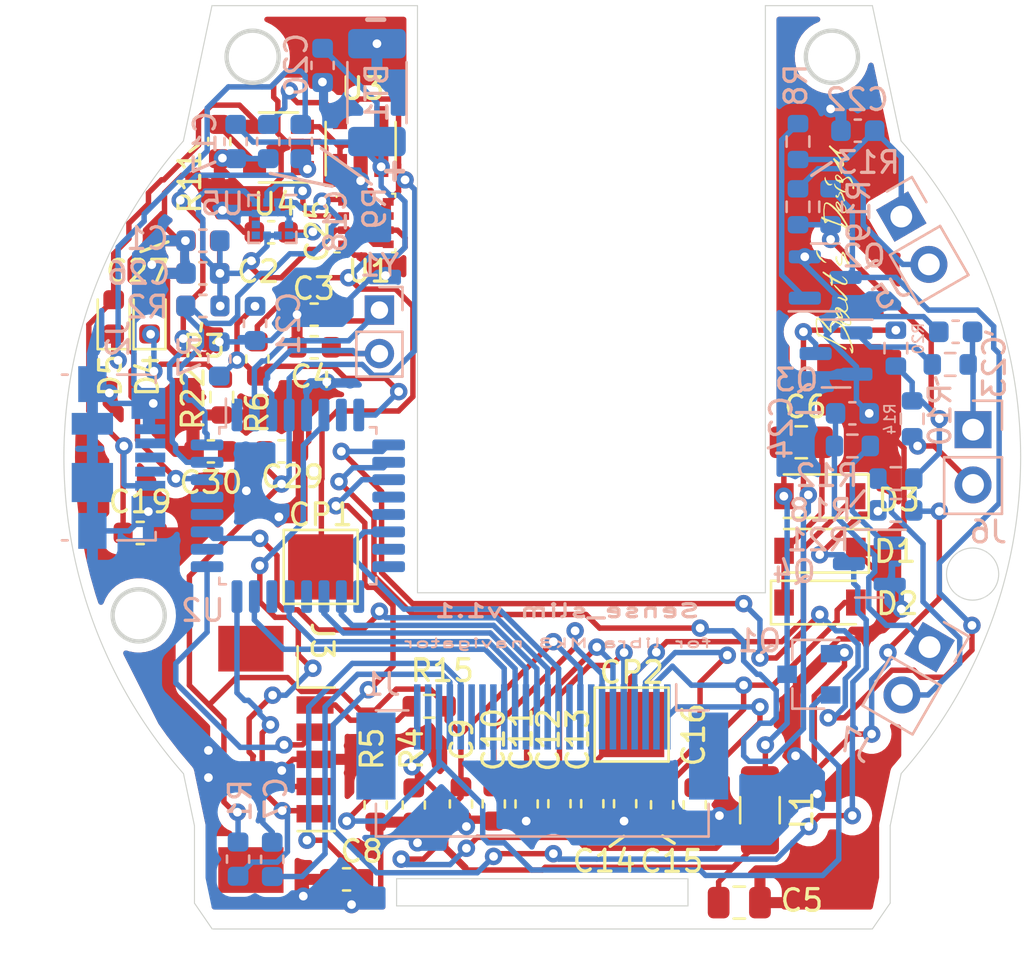
<source format=kicad_pcb>
(kicad_pcb (version 20211014) (generator pcbnew)
  (layers (0 "F.Cu" signal) (31 "B.Cu" signal) (34 "B.Paste" user) (35 "F.Paste" user) (36 "B.SilkS" user "B.Silkscreen") (37 "F.SilkS" user "F.Silkscreen") (38 "B.Mask" user) (39 "F.Mask" user) (44 "Edge.Cuts" user))
  (net 0 "")
  (net 1 "/VIN")
  (net 2 "GND")
  (net 3 "+3V3")
  (net 4 "/BATT")
  (net 5 "Net-(C6-Pad1)")
  (net 6 "Net-(C8-Pad1)")
  (net 7 "Net-(C10-Pad1)")
  (net 8 "Net-(C11-Pad1)")
  (net 9 "Net-(C16-Pad1)")
  (net 10 "Net-(C19-Pad1)")
  (net 11 "Net-(C22-Pad1)")
  (net 12 "Net-(C23-Pad1)")
  (net 13 "Net-(C24-Pad1)")
  (net 14 "/PREVGH")
  (net 15 "/PREVGL")
  (net 16 "/SWDCLK")
  (net 17 "/SWDIO")
  (net 18 "/SWDRST")
  (net 19 "/START")
  (net 20 "Net-(Q2-Pad1)")
  (net 21 "/SET")
  (net 22 "Net-(Q3-Pad1)")
  (net 23 "/RESET")
  (net 24 "/GDR")
  (net 25 "/RESE")
  (net 26 "/SCL")
  (net 27 "/SDA")
  (net 29 "/SCK")
  (net 30 "/RST")
  (net 32 "/MOSI")
  (net 33 "/DC")
  (net 34 "/CS")
  (net 35 "/BUSY")
  (net 36 "Net-(C3-Pad1)")
  (net 37 "Net-(C4-Pad1)")
  (net 38 "Net-(C6-Pad2)")
  (net 39 "Net-(C7-Pad1)")
  (net 40 "Net-(C12-Pad1)")
  (net 41 "Net-(C14-Pad1)")
  (net 42 "Net-(C25-Pad1)")
  (net 43 "Net-(D4-Pad1)")
  (net 44 "Net-(D4-Pad2)")
  (net 45 "Net-(D5-Pad1)")
  (net 52 "Net-(J5-Pad2)")
  (net 53 "Net-(J6-Pad2)")
  (net 54 "Net-(J7-Pad2)")
  (net 55 "Net-(Q4-Pad1)")
  (net 56 "Net-(R9-Pad2)")
  (net 57 "Net-(R11-Pad1)")
  (net 71 "Net-(J3-Pad1)")
  (footprint "Capacitor_SMD:C_0603_1608Metric" (layer "F.Cu") (at 134.342888 86.111545 180)
    (fp_text reference "C25")
    (fp_text value "100n")
  )
  (footprint "Resistor_SMD:R_0603_1608Metric" (layer "F.Cu") (at 131.957112 81.938455 -90)
    (fp_text reference "R11")
    (fp_text value "12k")
  )
  (footprint "Resistor_SMD:R_0603_1608Metric" (layer "F.Cu") (at 131.2 89.5 180)
    (fp_text reference "R3")
    (fp_text value "4k7")
  )
  (footprint "Capacitor_SMD:C_0603_1608Metric" (layer "F.Cu") (at 134.820002 96.188455)
    (fp_text reference "C29")
    (fp_text value "4u7")
  )
  (footprint "Capacitor_SMD:C_0603_1608Metric" (layer "F.Cu") (at 136.320002 89.9 180)
    (fp_text reference "C3")
    (fp_text value "10p")
  )
  (footprint "Package_TO_SOT_SMD:SOT-23-5" (layer "F.Cu") (at 134.68 82.21 180)
    (fp_text reference "U4")
    (fp_text value "MCP73831-2-OT")
  )
  (footprint "Resistor_SMD:R_0603_1608Metric" (layer "F.Cu") (at 132.070002 93.688455 -90)
    (fp_text reference "R22")
    (fp_text value "470R")
  )
  (footprint "Capacitor_SMD:C_0603_1608Metric" (layer "F.Cu") (at 150.620002 112.390955 -90)
    (fp_text reference "C14")
    (fp_text value "1u")
  )
  (footprint "Diode_SMD:D_SOD-123" (layer "F.Cu") (at 159.580002 100.758455 180)
    (fp_text reference "D1")
    (fp_text value "MBR0530")
  )
  (footprint "Resistor_SMD:R_0603_1608Metric" (layer "F.Cu") (at 141.61 107.91 180)
    (fp_text reference "R15")
    (fp_text value "100k")
  )
  (footprint "Capacitor_SMD:C_0603_1608Metric" (layer "F.Cu") (at 152.320002 112.438455 -90)
    (fp_text reference "C15")
    (fp_text value "1u")
  )
  (footprint "Capacitor_SMD:C_0603_1608Metric" (layer "F.Cu") (at 144.580002 112.400955 -90)
    (fp_text reference "C10")
    (fp_text value "1u")
  )
  (footprint "TestPoint:TestPoint_Pad_3.0x3.0mm" (layer "F.Cu") (at 150.92 108.75)
    (fp_text reference "CP2")
    (fp_text value "Cathode")
  )
  (footprint "Capacitor_SMD:C_0603_1608Metric" (layer "F.Cu") (at 128.320002 99.938455)
    (fp_text reference "C19")
    (fp_text value "4u7")
  )
  (footprint "Capacitor_SMD:C_0603_1608Metric" (layer "F.Cu") (at 147.600002 112.390955 -90)
    (fp_text reference "C12")
    (fp_text value "1u")
  )
  (footprint "Resistor_SMD:R_0603_1608Metric" (layer "F.Cu") (at 133.707112 91.938455 -90)
    (fp_text reference "R6")
    (fp_text value "100k")
  )
  (footprint "Capacitor_SMD:C_0805_2012Metric" (layer "F.Cu") (at 155.870002 116.938455)
    (fp_text reference "C5")
    (fp_text value "4u7 50V")
  )
  (footprint "Capacitor_SMD:C_0603_1608Metric" (layer "F.Cu") (at 146.090002 112.400955 -90)
    (fp_text reference "C11")
    (fp_text value "1u")
  )
  (footprint "Package_LGA:Bosch_LGA-8_2.5x2.5mm_P0.65mm_ClockwisePinNumbering" (layer "F.Cu") (at 138.7 85.688455 90)
    (fp_text reference "U1")
    (fp_text value "BME280")
  )
  (footprint "Resistor_SMD:R_0603_1608Metric" (layer "F.Cu") (at 140.9 112.45 -90)
    (fp_text reference "R4")
    (fp_text value "10k")
  )
  (footprint "Diode_SMD:D_SOD-123" (layer "F.Cu") (at 159.580002 103.138455)
    (fp_text reference "D2")
    (fp_text value "MBR0530")
  )
  (footprint "Capacitor_SMD:C_0603_1608Metric" (layer "F.Cu") (at 153.820002 112.438455 -90)
    (fp_text reference "C16")
    (fp_text value "1u")
  )
  (footprint "Capacitor_SMD:C_0603_1608Metric" (layer "F.Cu") (at 131.2 88 180)
    (fp_text reference "C2")
    (fp_text value "100n")
  )
  (footprint "Capacitor_SMD:C_0603_1608Metric" (layer "F.Cu") (at 149.110002 112.390955 -90)
    (fp_text reference "C13")
    (fp_text value "1u")
  )
  (footprint "LED_SMD:LED_0603_1608Metric" (layer "F.Cu") (at 128.75 90 90)
    (fp_text reference "D4")
    (fp_text value "UV")
  )
  (footprint "TestPoint:TestPoint_Pad_3.0x3.0mm" (layer "F.Cu") (at 136.62 101.5)
    (fp_text reference "CP1")
    (fp_text value "Cathode")
  )
  (footprint "Package_TO_SOT_SMD:SOT-23-5" (layer "F.Cu") (at 138.457112 81.938455 90)
    (fp_text reference "U3")
    (fp_text value "TC1185-3.3")
  )
  (footprint "Capacitor_SMD:C_0805_2012Metric" (layer "F.Cu") (at 158.720002 95.768455 180)
    (fp_text reference "C6")
    (fp_text value "4u7 50V")
  )
  (footprint "Capacitor_SMD:C_0603_1608Metric" (layer "F.Cu") (at 143.070002 112.400955 -90)
    (fp_text reference "C9")
    (fp_text value "100n")
  )
  (footprint "Capacitor_SMD:C_0603_1608Metric" (layer "F.Cu") (at 136.320002 91.4 180)
    (fp_text reference "C4")
    (fp_text value "10p")
  )
  (footprint "Capacitor_SMD:C_0603_1608Metric" (layer "F.Cu") (at 131.570002 96.188455 180)
    (fp_text reference "C30")
    (fp_text value "100n")
  )
  (footprint "Diode_SMD:D_0603_1608Metric" (layer "F.Cu") (at 127.1 90 90)
    (fp_text reference "D5")
    (fp_text value "BLUE")
  )
  (footprint "Resistor_SMD:R_1206_3216Metric" (layer "F.Cu") (at 156.820002 112.688455 90)
    (fp_text reference "L1")
    (fp_text value "10-68uH, 15mA")
  )
  (footprint "BartLib_Connector:DEGSON PicoBlade 5P SMD" (layer "F.Cu") (at 136.36 110.35 -90)
    (fp_text reference "J3")
    (fp_text value "programming")
  )
  (footprint "Resistor_SMD:R_0603_1608Metric" (layer "F.Cu") (at 139.15 112.45 -90)
    (fp_text reference "R5")
    (fp_text value "1R5")
  )
  (footprint "Diode_SMD:D_SOD-123" (layer "F.Cu") (at 159.570002 98.248455 180)
    (fp_text reference "D3")
    (fp_text value "MBR0530")
  )
  (footprint "Capacitor_SMD:C_0603_1608Metric" (layer "F.Cu") (at 137.81 115.87 180)
    (fp_text reference "C8")
    (fp_text value "105")
  )
  (footprint "Capacitor_SMD:C_0603_1608Metric" (layer "F.Cu") (at 131.2 86.5 180)
    (fp_text reference "C27")
    (fp_text value "1u")
  )
  (footprint "BartLib_Logo:BD_full 10x2.6" (layer "F.Cu") (at 160.470779 86.86135 90)
    (fp_text reference "G***" hide)
    (fp_text value "LOGO" hide)
  )
  (footprint "Resistor_SMD:R_0603_1608Metric" (layer "B.Cu") (at 132.820002 114.938455 90)
    (fp_text reference "R1")
    (fp_text value "10k")
  )
  (footprint "Capacitor_SMD:C_0603_1608Metric" (layer "B.Cu") (at 131.2 88 180)
    (fp_text reference "C26")
    (fp_text value "100n")
  )
  (footprint "Capacitor_SMD:C_0603_1608Metric" (layer "B.Cu") (at 165.820002 90.688455 180)
    (fp_text reference "C23")
    (fp_text value "2n2")
  )
  (footprint "Capacitor_SMD:C_0603_1608Metric" (layer "B.Cu") (at 132.707112 81.938455 -90)
    (fp_text reference "C17")
    (fp_text value "2u2")
  )
  (footprint "Resistor_SMD:R_0603_1608Metric" (layer "B.Cu") (at 158.570002 84.938455 90)
    (fp_text reference "R13")
    (fp_text value "1k")
  )
  (footprint "Connector_PinHeader_2.54mm:PinHeader_1x02_P2.54mm_Vertical" (layer "B.Cu") (at 166.620002 95.188455 180)
    (fp_text reference "J6")
    (fp_text value "SET")
  )
  (footprint "Capacitor_SMD:C_0603_1608Metric" (layer "B.Cu") (at 134.207112 81.938455 -90)
    (fp_text reference "C18")
    (fp_text value "2u2")
  )
  (footprint "Resistor_SMD:R_0603_1608Metric" (layer "B.Cu") (at 163.070002 97.438455 180)
    (fp_text reference "R18")
    (fp_text value "1k")
  )
  (footprint "Resistor_SMD:R_0603_1608Metric" (layer "B.Cu") (at 163.070002 91.438455 -90)
    (fp_text reference "R20")
    (fp_text value "1k")
  )
  (footprint "Capacitor_SMD:C_0603_1608Metric" (layer "B.Cu") (at 161.320002 81.438455 180)
    (fp_text reference "C22")
    (fp_text value "2n2")
  )
  (footprint "Resistor_SMD:R_0603_1608Metric" (layer "B.Cu") (at 160.070002 84.938455 -90)
    (fp_text reference "R19")
    (fp_text value "1k")
  )
  (footprint "Package_TO_SOT_SMD:SOT-23" (layer "B.Cu") (at 161.85 101.35 180)
    (fp_text reference "Q4")
    (fp_text value "BCV27.215")
  )
  (footprint "Resistor_SMD:R_0603_1608Metric" (layer "B.Cu") (at 131.2 89.5 180)
    (fp_text reference "R2")
    (fp_text value "4k7")
  )
  (footprint "Package_QFP:LQFP-32_7x7mm_P0.8mm" (layer "B.Cu") (at 135.570002 98.688455 -90)
    (fp_text reference "U2")
    (fp_text value "STM32G071KxT")
  )
  (footprint "Resistor_SMD:R_0603_1608Metric" (layer "B.Cu") (at 131.957112 91.938455 90)
    (fp_text reference "R7")
    (fp_text value "100k")
  )
  (footprint "BartLib_Connector:FPC-24P-P0.50mm_Universal" (layer "B.Cu") (at 146.810002 109.398455 180)
    (fp_text reference "J1")
    (fp_text value "PFC24/display")
  )
  (footprint "Package_TO_SOT_SMD:SOT-23" (layer "B.Cu") (at 160.320002 91.688455 180)
    (fp_text reference "Q3")
    (fp_text value "BCV27.215")
  )
  (footprint "Resistor_SMD:R_0603_1608Metric" (layer "B.Cu") (at 135.707112 81.938455 -90)
    (fp_text reference "R9")
    (fp_text value "10k")
  )
  (footprint "Resistor_SMD:R_0603_1608Metric" (layer "B.Cu") (at 163.070002 98.9)
    (fp_text reference "R21")
    (fp_text value "1k")
  )
  (footprint "Connector_PinHeader_2.54mm:PinHeader_1x02_P2.54mm_Vertical" (layer "B.Cu") (at 164.620002 105.188455 150)
    (fp_text reference "J7")
    (fp_text value "RESET")
  )
  (footprint "Capacitor_SMD:C_0603_1608Metric" (layer "B.Cu") (at 161.070002 94.438455)
    (fp_text reference "C24")
    (fp_text value "2n2")
  )
  (footprint "Package_LGA:LGA-12_2x2mm_P0.5mm" (layer "B.Cu") (at 134.4 85.5 180)
    (fp_text reference "U5")
    (fp_text value "LIS3MDL")
  )
  (footprint "Connector_USB:USB_Micro-B_Molex_47346-0001" (layer "B.Cu") (at 127.320002 96.468455 90)
    (fp_text reference "J2")
    (fp_text value "USB_B_Micro")
  )
  (footprint "Package_TO_SOT_SMD:SOT-23" (layer "B.Cu") (at 159.070002 106.438455 180)
    (fp_text reference "Q1")
    (fp_text value "IRLML0030TR")
  )
  (footprint "Resistor_SMD:R_2010_5025Metric" (layer "B.Cu") (at 139.207112 79.688455 90)
    (fp_text reference "BT1")
    (fp_text value "Lipo")
  )
  (footprint "Capacitor_SMD:C_0603_1608Metric" (layer "B.Cu") (at 136.707112 78.438455 -90)
    (fp_text reference "C20")
    (fp_text value "4u7")
  )
  (footprint "Connector_PinHeader_2.54mm:PinHeader_1x02_P2.54mm_Vertical" (layer "B.Cu") (at 163.320002 85.388455 -150)
    (fp_text reference "J5")
    (fp_text value "START")
  )
  (footprint "Resistor_SMD:R_0603_1608Metric" (layer "B.Cu") (at 158.570002 81.938455 -90)
    (fp_text reference "R8")
    (fp_text value "1k")
  )
  (footprint "Capacitor_SMD:C_0603_1608Metric" (layer "B.Cu") (at 133.6 90.3 -90)
    (fp_text reference "C21")
    (fp_text value "100n")
  )
  (footprint "Resistor_SMD:R_0603_1608Metric" (layer "B.Cu") (at 161.070002 95.938455 180)
    (fp_text reference "R12")
    (fp_text value "1k")
  )
  (footprint "Capacitor_SMD:C_0603_1608Metric" (layer "B.Cu") (at 134.39 114.95 90)
    (fp_text reference "C7")
    (fp_text value "105")
  )
  (footprint "Package_TO_SOT_SMD:SOT-23" (layer "B.Cu") (at 159.820002 88.188455)
    (fp_text reference "Q2")
    (fp_text value "BCV27.215")
  )
  (footprint "Capacitor_SMD:C_0603_1608Metric" (layer "B.Cu") (at 131.2 86.5 180)
    (fp_text reference "C1")
    (fp_text value "2u2")
  )
  (footprint "Resistor_SMD:R_0603_1608Metric" (layer "B.Cu") (at 163.820002 94.688455 -90)
    (fp_text reference "R14")
    (fp_text value "1k")
  )
  (footprint "Connector_PinHeader_2.00mm:PinHeader_1x02_P2.00mm_Vertical" (layer "B.Cu") (at 139.320002 89.688455 180)
    (fp_text reference "Y1")
    (fp_text value "32k768")
  )
  (footprint "Resistor_SMD:R_0603_1608Metric" (layer "B.Cu") (at 165.570002 92.188455)
    (fp_text reference "R10")
    (fp_text value "1k")
  )
  (gr_line (start 165 93.1) (end 164.9 92.8) (layer "B.SilkS") (width 0.15))
  (gr_line (start 167.2 90.7) (end 167.5 90.8) (layer "B.SilkS") (width 0.15))
  (gr_line (start 138.95 83.9) (end 136.65 82.25) (layer "B.SilkS") (width 0.15))
  (gr_line (start 159.2 83.5) (end 160.1 82.9) (layer "B.SilkS") (width 0.15))
  (gr_line (start 137.15 84) (end 134.3 83.4) (layer "B.SilkS") (width 0.15))
  (gr_line (start 161 99.7) (end 161.4 99.4) (layer "B.SilkS") (width 0.15))
  (gr_line (start 161 98.7) (end 161.6 98) (layer "B.SilkS") (width 0.15))
  (gr_line (start 158.5 94.4) (end 159.6 94.4) (layer "B.SilkS") (width 0.15))
  (gr_line (start 152.34 113.87) (end 152.88 114.21) (layer "F.SilkS") (width 0.15))
  (gr_line (start 131.1 90.65) (end 131.15 90.3) (layer "F.SilkS") (width 0.15))
  (gr_line (start 130.6 82.4) (end 131 82.1) (layer "F.SilkS") (width 0.15))
  (gr_line (start 149.93 114.35) (end 150.56 113.89) (layer "F.SilkS") (width 0.15))
  (gr_line (start 128.35 87) (end 129.6 86.55) (layer "F.SilkS") (width 0.15))
  (gr_line (start 131.620002 75.688455) (end 130.305042 81.914084) (layer "Edge.Cuts") (width 0.05))
  (gr_circle (center 160.130002 78.038455) (end 161.330002 78.038455) (layer "Edge.Cuts") (width 0.2) (fill none))
  (gr_line (start 162.810002 116.958455) (end 162.810002 113.398455) (layer "Edge.Cuts") (width 0.05))
  (gr_line (start 131.620002 75.688455) (end 141.070002 75.688455) (layer "Edge.Cuts") (width 0.05))
  (gr_line (start 130.814963 113.404083) (end 130.310003 111.008454) (layer "Edge.Cuts") (width 0.05))
  (gr_line (start 161.990002 75.688455) (end 163.310001 81.908456) (layer "Edge.Cuts") (width 0.05))
  (gr_circle (center 133.490002 78.038455) (end 134.690002 78.038455) (layer "Edge.Cuts") (width 0.2) (fill none))
  (gr_line (start 162.810002 113.398455) (end 163.314962 111.002826) (layer "Edge.Cuts") (width 0.05))
  (gr_line (start 131.630002 118.150455) (end 161.990002 118.150455) (layer "Edge.Cuts") (width 0.05))
  (gr_line (start 161.990002 118.150455) (end 162.810002 116.958455) (layer "Edge.Cuts") (width 0.05))
  (gr_circle (center 166.600002 101.828455) (end 167.800002 101.828455) (layer "Edge.Cuts") (width 0.05) (fill none))
  (gr_line (start 130.814963 116.964083) (end 130.814963 113.404083) (layer "Edge.Cuts") (width 0.05))
  (gr_line (start 131.630002 118.150455) (end 130.814963 116.964083) (layer "Edge.Cuts") (width 0.05))
  (gr_line (start 141.070002 75.688455) (end 141.070002 102.688455) (layer "Edge.Cuts") (width 0.05))
  (gr_line (start 153.510002 117.088455) (end 153.510002 115.838455) (layer "Edge.Cuts") (width 0.05))
  (gr_line (start 157.070002 102.688455) (end 157.070002 75.688455) (layer "Edge.Cuts") (width 0.05))
  (gr_arc (start 163.310001 81.908456) (mid 168.808921 96.454704) (end 163.314962 111.002826) (layer "Edge.Cuts") (width 0.05))
  (gr_line (start 141.070002 102.688455) (end 157.070002 102.688455) (layer "Edge.Cuts") (width 0.05))
  (gr_circle (center 128.250002 103.728455) (end 129.450002 103.728455) (layer "Edge.Cuts") (width 0.2) (fill none))
  (gr_line (start 140.110002 117.088455) (end 153.510002 117.088455) (layer "Edge.Cuts") (width 0.05))
  (gr_line (start 153.510002 115.838455) (end 140.110002 115.838455) (layer "Edge.Cuts") (width 0.05))
  (gr_line (start 140.110002 115.838455) (end 140.110002 117.088455) (layer "Edge.Cuts") (width 0.05))
  (gr_line (start 157.070002 75.688455) (end 161.990002 75.688455) (layer "Edge.Cuts") (width 0.05))
  (gr_arc (start 130.310003 111.008454) (mid 124.811083 96.462206) (end 130.305042 81.914084) (layer "Edge.Cuts") (width 0.05))
  (gr_text "-" (at 139.15 76.4 180) (layer "B.SilkS") (effects (font (size 1 1) (thickness 0.22)) (justify mirror)))
  (gr_text "for libra Mk8 navigator" (at 147.51 105.01) (layer "B.SilkS") (effects (font (size 0.4 0.8) (thickness 0.1)) (justify mirror)))
  (gr_text "+" (at 139.95 83.3 90) (layer "B.SilkS") (effects (font (size 1 1) (thickness 0.22)) (justify mirror)))
  (gr_text "Sense_slim v1.1" (at 147.95 103.52) (layer "B.SilkS") (effects (font (size 0.6 1)) (justify mirror)))
  (segment (start 137.665567 82.1) (end 138 82.1) (width 0.25) (layer "F.Cu") (net 1))
  (segment (start 136.68 97.444573) (end 136.68 95.03) (width 0.25) (layer "F.Cu") (net 1))
  (segment (start 137.507112 82.258455) (end 137.665567 82.1) (width 0.25) (layer "F.Cu") (net 1))
  (segment (start 140.199451 94.33) (end 140.86 93.669451) (width 0.25) (layer "F.Cu") (net 1))
  (segment (start 135.78 81.26) (end 136.56 81.26) (width 0.25) (layer "F.Cu") (net 1))
  (segment (start 137.507112 83.038455) (end 137.507112 82.258455) (width 0.25) (layer "F.Cu") (net 1))
  (segment (start 137.38 94.33) (end 140.199451 94.33) (width 0.25) (layer "F.Cu") (net 1))
  (segment (start 136.65 97.474573) (end 136.68 97.444573) (width 0.25) (layer "F.Cu") (net 1))
  (segment (start 140.065 88.725) (end 138.425 88.725) (width 0.25) (layer "F.Cu") (net 1))
  (segment (start 136.65 101.36) (end 136.65 97.474573) (width 0.25) (layer "F.Cu") (net 1))
  (segment (start 135.937805 88.2) (end 137.9 88.2) (width 0.25) (layer "F.Cu") (net 1))
  (segment (start 136.68 95.03) (end 137.38 94.33) (width 0.25) (layer "F.Cu") (net 1))
  (segment (start 136.805 81.505) (end 137.4 82.1) (width 0.25) (layer "F.Cu") (net 1))
  (segment (start 133.707112 90.430693) (end 135.937805 88.2) (width 0.25) (layer "F.Cu") (net 1))
  (segment (start 140.86 89.52) (end 140.065 88.725) (width 0.25) (layer "F.Cu") (net 1))
  (segment (start 140.86 93.669451) (end 140.86 89.52) (width 0.25) (layer "F.Cu") (net 1))
  (segment (start 138.425 88.725) (end 137.9 88.2) (width 0.25) (layer "F.Cu") (net 1))
  (segment (start 139.407112 83.092888) (end 139.4 83.1) (width 0.25) (layer "F.Cu") (net 1))
  (segment (start 139.407112 83.038455) (end 139.407112 83.092888) (width 0.25) (layer "F.Cu") (net 1))
  (segment (start 137.4 82.1) (end 138 82.1) (width 0.25) (layer "F.Cu") (net 1))
  (segment (start 139.248657 82.1) (end 139.4 82.251343) (width 0.25) (layer "F.Cu") (net 1))
  (segment (start 133.707112 91.150955) (end 133.707112 90.430693) (width 0.25) (layer "F.Cu") (net 1))
  (segment (start 139.4 82.251343) (end 139.4 83.1) (width 0.25) (layer "F.Cu") (net 1))
  (segment (start 136.56 81.26) (end 136.805 81.505) (width 0.25) (layer "F.Cu") (net 1))
  (segment (start 138 82.1) (end 139.248657 82.1) (width 0.25) (layer "F.Cu") (net 1))
  (via (at 139.4 83.1) (size 0.8) (drill 0.4) (layers "F.Cu" "B.Cu") (net 1))
  (via (at 137.9 88.2) (size 0.8) (drill 0.4) (layers "F.Cu" "B.Cu") (net 1))
  (segment (start 132.707112 81.150955) (end 133.519612 81.963455) (width 0.25) (layer "B.Cu") (net 1))
  (segment (start 139.8 84.4) (end 139.4 84) (width 0.25) (layer "B.Cu") (net 1))
  (segment (start 139.207112 80.150955) (end 139.207112 81.938455) (width 0.25) (layer "B.Cu") (net 1))
  (segment (start 138.9 87.2) (end 140.1 87.2) (width 0.25) (layer "B.Cu") (net 1))
  (segment (start 136.707112 77.650955) (end 139.207112 80.150955) (width 0.25) (layer "B.Cu") (net 1))
  (segment (start 140.195002 84.4) (end 139.8 84.4) (width 0.25) (layer "B.Cu") (net 1))
  (segment (start 140.495002 84.7) (end 140.195002 84.4) (width 0.25) (layer "B.Cu") (net 1))
  (segment (start 137.9 88.2) (end 138.9 87.2) (width 0.25) (layer "B.Cu") (net 1))
  (segment (start 133.519612 81.963455) (end 138.263455 81.963455) (width 0.25) (layer "B.Cu") (net 1))
  (segment (start 139.4 83.1) (end 139.4 82.131343) (width 0.25) (layer "B.Cu") (net 1))
  (segment (start 138.263455 81.963455) (end 139.4 83.1) (width 0.25) (layer "B.Cu") (net 1))
  (segment (start 140.1 87.2) (end 140.495002 86.804998) (width 0.25) (layer "B.Cu") (net 1))
  (segment (start 140.495002 86.804998) (end 140.495002 84.7) (width 0.25) (layer "B.Cu") (net 1))
  (segment (start 139.4 84) (end 139.4 83.1) (width 0.25) (layer "B.Cu") (net 1))
  (segment (start 139.4 82.131343) (end 139.207112 81.938455) (width 0.25) (layer "B.Cu") (net 1))
  (segment (start 134.65 81.561343) (end 134.65 80.092693) (width 0.25) (layer "F.Cu") (net 2))
  (segment (start 140.15 86.013455) (end 140.5 86.363455) (width 0.25) (layer "F.Cu") (net 2))
  (segment (start 131.957112 82.725955) (end 132.074045 82.725955) (width 0.25) (layer "F.Cu") (net 2))
  (segment (start 135.595002 96.188455) (end 136.070002 95.713455) (width 0.25) (layer "F.Cu") (net 2))
  (segment (start 135.34 110.35) (end 134.83 110.86) (width 0.25) (layer "F.Cu") (net 2))
  (segment (start 134.8 83.6) (end 134.8 82.390566) (width 0.25) (layer "F.Cu") (net 2))
  (segment (start 135.595002 96.188455) (end 135.595002 98.304998) (width 0.25) (layer "F.Cu") (net 2))
  (segment (start 139.6 87.7) (end 139.6 88.1) (width 0.25) (layer "F.Cu") (net 2))
  (segment (start 161.230002 100.758455) (end 163.320002 102.848455) (width 0.25) (layer "F.Cu") (net 2))
  (segment (start 138.175 87.163455) (end 138.663455 87.163455) (width 0.25) (layer "F.Cu") (net 2))
  (segment (start 133.03 84.12) (end 134.28 84.12) (width 0.25) (layer "F.Cu") (net 2))
  (segment (start 140.5 86.8) (end 139.6 87.7) (width 0.25) (layer "F.Cu") (net 2))
  (segment (start 135.728077 89.99288) (end 135.532502 90.188455) (width 0.25) (layer "F.Cu") (net 2))
  (segment (start 153.820002 113.225955) (end 150.667502 113.225955) (width 0.25) (layer "F.Cu") (net 2))
  (segment (start 133.567888 86.111545) (end 133.111545 86.111545) (width 0.25) (layer "F.Cu") (net 2))
  (segment (start 130.745002 94.513455) (end 130.570002 94.688455) (width 0.25) (layer "F.Cu") (net 2))
  (segment (start 137.445567 79.2) (end 139.207112 77.438455) (width 0.25) (layer "F.Cu") (net 2))
  (segment (start 130.1 86.5) (end 130.4 86.5) (width 0.25) (layer "F.Cu") (net 2))
  (segment (start 138.04 117.03) (end 138.7 117.03) (width 0.25) (layer "F.Cu") (net 2))
  (segment (start 138.7 117.03) (end 139.38 116.35) (width 0.25) (layer "F.Cu") (net 2))
  (segment (start 132.1 83.98765) (end 131.600305 83.487955) (width 0.25) (layer "F.Cu") (net 2))
  (segment (start 161.945002 104.813455) (end 160.448228 104.813455) (width 0.25) (layer "F.Cu") (net 2))
  (segment (start 136.587112 81.938455) (end 136.857112 82.208455) (width 0.25) (layer "F.Cu") (net 2))
  (segment (start 136.375 78.875) (end 136.7 79.2) (width 0.25) (layer "F.Cu") (net 2))
  (segment (start 153.820002 113.225955) (end 154.669612 113.225955) (width 0.25) (layer "F.Cu") (net 2))
  (segment (start 129.575 91.325) (end 129.978039 91.728039) (width 0.25) (layer "F.Cu") (net 2))
  (segment (start 140.5 86.363455) (end 140.5 86.8) (width 0.25) (layer "F.Cu") (net 2))
  (segment (start 129.978039 91.728039) (end 131.380028 91.728039) (width 0.25) (layer "F.Cu") (net 2))
  (segment (start 136.36 110.35) (end 135.34 110.35) (width 0.25) (layer "F.Cu") (net 2))
  (segment (start 129.575 88.325) (end 129.575 91.325) (width 0.25) (layer "F.Cu") (net 2))
  (segment (start 128.85 87.6) (end 129.575 88.325) (width 0.25) (layer "F.Cu") (net 2))
  (segment (start 138.663455 87.163455) (end 139.6 88.1) (width 0.25) (layer "F.Cu") (net 2))
  (segment (start 130.4125 88) (end 130.4125 86.5125) (width 0.25) (layer "F.Cu") (net 2))
  (segment (start 161.230002 100.758455) (end 162.250002 100.758455) (width 0.25) (layer "F.Cu") (net 2))
  (segment (start 138.306545 83.893455) (end 138.457112 83.742888) (width 0.25) (layer "F.Cu") (net 2))
  (segment (start 132.1 85.1) (end 132.1 83.98765) (width 0.25) (layer "F.Cu") (net 2))
  (segment (start 133.111545 86.111545) (end 132.1 85.1) (width 0.25) (layer "F.Cu") (net 2))
  (segment (start 134.457612 79.299695) (end 134.882307 78.875) (width 0.25) (layer "F.Cu") (net 2))
  (segment (start 135.027112 81.938455) (end 134.65 81.561343) (width 0.25) (layer "F.Cu") (net 2))
  (segment (start 136.857112 82.208455) (end 136.857112 83.893455) (width 0.25) (layer "F.Cu") (net 2))
  (segment (start 132.606547 98) (end 130.795002 96.188455) (width 0.25) (layer "F.Cu") (net 2))
  (segment (start 132.070002 94.513455) (end 130.745002 94.513455) (width 0.25) (layer "F.Cu") (net 2))
  (segment (start 139.725 86.013455) (end 140.15 86.013455) (width 0.25) (layer "F.Cu") (net 2))
  (segment (start 143.070002 113.188455) (end 150.610002 113.188455) (width 0.25) (layer "F.Cu") (net 2))
  (segment (start 135.595002 98.304998) (end 134.7 99.2) (width 0.25) (layer "F.Cu") (net 2))
  (segment (start 160.448228 104.813455) (end 158.457112 106.804571) (width 0.25) (layer "F.Cu") (net 2))
  (segment (start 133.2 98) (end 132.606547 98) (width 0.25) (layer "F.Cu") (net 2))
  (segment (start 162.250002 100.758455) (end 163.445002 99.563455) (width 0.25) (layer "F.Cu") (net 2))
  (segment (start 135.252112 81.938455) (end 135.807112 81.938455) (width 0.25) (layer "F.Cu") (net 2))
  (segment (start 150.610002 113.188455) (end 150.620002 113.178455) (width 0.25) (layer "F.Cu") (net 2))
  (segment (start 129.436897 84.299499) (end 129.436897 85.836897) (width 0.25) (layer "F.Cu") (net 2))
  (segment (start 163.445002 99.563455) (end 163.445002 96.038455) (width 0.25) (layer "F.Cu") (net 2))
  (segment (start 163.320002 102.848455) (end 163.320002 103.688455) (width 0.25) (layer "F.Cu") (net 2))
  (segment (start 135.807112 81.938455) (end 135.027112 81.938455) (width 0.25) (layer "F.Cu") (net 2))
  (segment (start 131.600305 83.487955) (end 130.248441 83.487955) (width 0.25) (layer "F.Cu") (net 2))
  (segment (start 134.457612 79.900305) (end 134.457612 79.299695) (width 0.25) (layer "F.Cu") (net 2))
  (segment (start 138.457112 83.742888) (end 138.457112 83.038455) (width 0.25) (layer "F.Cu") (net 2))
  (segment (start 134.882307 78.875) (end 136.375 78.875) (width 0.25) (layer "F.Cu") (net 2))
  (segment (start 163.320002 103.438455) (end 161.945002 104.813455) (width 0.25) (layer "F.Cu") (net 2))
  (segment (start 141.070002 114.188455) (end 141.070002 113.225955) (width 0.25) (layer "F.Cu") (net 2))
  (segment (start 139.38 116.35) (end 139.38 113.4675) (width 0.25) (layer "F.Cu") (net 2))
  (segment (start 129.436897 85.836897) (end 130.1 86.5) (width 0.25) (layer "F.Cu") (net 2))
  (segment (start 136.070002 93.829998) (end 136.9 93) (width 0.25) (layer "F.Cu") (net 2))
  (segment (start 160.070002 84.938455) (end 158.882502 86.125955) (width 0.25) (layer "F.Cu") (net 2))
  (segment (start 135.807112 81.938455) (end 136.587112 81.938455) (width 0.25) (layer "F.Cu") (net 2))
  (segment (start 130.570002 94.688455) (end 130.570002 95.963455) (width 0.25) (layer "F.Cu") (net 2))
  (segment (start 136.070002 94.270002) (end 136.070002 93.829998) (width 0.25) (layer "F.Cu") (net 2))
  (segment (start 134.65 80.092693) (end 134.457612 79.900305) (width 0.25) (layer "F.Cu") (net 2))
  (segment (start 137.0225 115.87) (end 136.763884 115.87) (width 0.25) (layer "F.Cu") (net 2))
  (segment (start 134.28 84.12) (end 134.8 83.6) (width 0.25) (layer "F.Cu") (net 2))
  (segment (start 132.1 82.7) (end 132.1 83.19) (width 0.25) (layer "F.Cu") (net 2))
  (segment (start 136.070002 95.713455) (end 136.070002 94.270002) (width 0.25) (layer "F.Cu") (net 2))
  (segment (start 132.074045 82.725955) (end 132.1 82.7) (width 0.25) (layer "F.Cu") (net 2))
  (segment (start 136.857112 83.893455) (end 138.306545 83.893455) (width 0.25) (layer "F.Cu") (net 2))
  (segment (start 160.070002 80.438455) (end 160.070002 84.938455) (width 0.25) (layer "F.Cu") (net 2))
  (segment (start 130.248441 83.487955) (end 129.436897 84.299499) (width 0.25) (layer "F.Cu") (net 2))
  (segment (start 130.570002 95.963455) (end 130.795002 96.188455) (width 0.25) (layer "F.Cu") (net 2))
  (segment (start 154.669612 113.225955) (end 154.957112 112.938455) (width 0.25) (layer "F.Cu") (net 2))
  (segment (start 129.107502 99.368455) (end 128.695002 98.955955) (width 0.25) (layer "F.Cu") (net 2))
  (segment (start 143.070002 113.188455) (end 143.320002 113.438455) (width 0.25) (layer "F.Cu") (net 2))
  (segment (start 130.4125 86.5125) (end 130.4 86.5) (width 0.25) (layer "F.Cu") (net 2))
  (segment (start 137.675 86.663455) (end 138.175 87.163455) (width 0.25) (layer "F.Cu") (net 2))
  (segment (start 158.882502 86.125955) (end 158.882502 87.238455) (width 0.25) (layer "F.Cu") (net 2))
  (segment (start 129.627002 94.688455) (end 128.919502 93.980955) (width 0.25) (layer "F.Cu") (net 2))
  (segment (start 158.457112 106.804571) (end 158.457112 110.188455) (width 0.25) (layer "F.Cu") (net 2))
  (segment (start 163.445002 96.038455) (end 161.845002 94.438455) (width 0.25) (layer "F.Cu") (net 2))
  (segment (start 135.532502 91.688455) (end 135.532502 90.188455) (width 0.25) (layer "F.Cu") (net 2))
  (segment (start 131.380028 91.728039) (end 131.957112 91.150955) (width 0.25) (layer "F.Cu") (net 2))
  (segment (start 136.7 79.2) (end 137.445567 79.2) (width 0.25) (layer "F.Cu") (net 2))
  (segment (start 132.1 83.19) (end 133.03 84.12) (width 0.25) (layer "F.Cu") (net 2))
  (segment (start 129.107502 99.938455) (end 129.107502 99.368455) (width 0.25) (layer "F.Cu") (net 2))
  (segment (start 134.8 82.390566) (end 135.252112 81.938455) (width 0.25) (layer "F.Cu") (net 2))
  (segment (start 139.38 113.4675) (end 139.15 113.2375) (width 0.25) (layer "F.Cu") (net 2))
  (segment (start 150.667502 113.225955) (end 150.620002 113.178455) (width 0.25) (layer "F.Cu") (net 2))
  (segment (start 130.570002 94.688455) (end 129.627002 94.688455) (width 0.25) (layer "F.Cu") (net 2))
  (segment (start 141.070002 113.225955) (end 139.320002 113.225955) (width 0.25) (layer "F.Cu") (net 2))
  (via (at 126.9 93.5) (size 0.8) (drill 0.4) (layers "F.Cu" "B.Cu") (net 2))
  (via (at 154.957112 112.938455) (size 0.8) (drill 0.4) (layers "F.Cu" "B.Cu") (net 2))
  (via (at 133.2 98) (size 0.8) (drill 0.4) (layers "F.Cu" "B.Cu") (net 2))
  (via (at 131.457112 111.188455) (size 0.8) (drill 0.4) (layers "F.Cu" "B.Cu") (net 2))
  (via (at 150.570002 113.188455) (size 0.8) (drill 0.4) (layers "F.Cu" "B.Cu") (net 2))
  (via (at 135.532502 89.9) (size 0.8) (drill 0.4) (layers "F.Cu" "B.Cu") (net 2))
  (via (at 146.070002 113.188455) (size 0.8) (drill 0.4) (layers "F.Cu" "B.Cu") (net 2))
  (via (at 132.1 82.7) (size 0.8) (drill 0.4) (layers "F.Cu" "B.Cu") (net 2))
  (via (at 158.457112 110.188455) (size 0.8) (drill 0.4) (layers "F.Cu" "B.Cu") (net 2))
  (via (at 128.695002 98.955955) (size 0.8) (drill 0.4) (layers "F.Cu" "B.Cu") (net 2))
  (via (at 143.320002 113.438455) (size 0.8) (drill 0.4) (layers "F.Cu" "B.Cu") (net 2))
  (via (at 132.1 85.1) (size 0.8) (drill 0.4) (layers "F.Cu" "B.Cu") (net 2))
  (via (at 138.457112 83.742888) (size 0.8) (drill 0.4) (layers "F.Cu" "B.Cu") (net 2))
  (via (at 130.4 86.5) (size 0.8) (drill 0.4) (layers "F.Cu" "B.Cu") (net 2))
  (via (at 131.457112 109.938455) (size 0.8) (drill 0.4) (layers "F.Cu" "B.Cu") (net 2))
  (via (at 136.9 93) (size 0.8) (drill 0.4) (layers "F.Cu" "B.Cu") (net 2))
  (via (at 138.04 117.03) (size 0.8) (drill 0.4) (layers "F.Cu" "B.Cu") (net 2))
  (via (at 135.82 116.64) (size 0.8) (drill 0.4) (layers "F.Cu" "B.Cu") (net 2))
  (via (at 139.6 88.1) (size 0.8) (drill 0.4) (layers "F.Cu" "B.Cu") (net 2))
  (via (at 128.919502 93.980955) (size 0.8) (drill 0.4) (layers "F.Cu" "B.Cu") (net 2))
  (via (at 136.7 79.2) (size 0.8) (drill 0.4) (layers "F.Cu" "B.Cu") (net 2))
  (via (at 141.070002 114.188455) (size 0.8) (drill 0.4) (layers "F.Cu" "B.Cu") (net 2))
  (via (at 128.85 87.6) (size 0.8) (drill 0.4) (layers "F.Cu" "B.Cu") (net 2))
  (via (at 134.83 110.86) (size 0.8) (drill 0.4) (layers "F.Cu" "B.Cu") (net 2))
  (via (at 163.320002 103.438455) (size 0.8) (drill 0.4) (layers "F.Cu" "B.Cu") (net 2))
  (via (at 131.957112 91.150955) (size 0.8) (drill 0.4) (layers "F.Cu" "B.Cu") (net 2))
  (via (at 139.207112 77.438455) (size 0.8) (drill 0.4) (layers "F.Cu" "B.Cu") (net 2))
  (via (at 158.882502 87.238455) (size 0.8) (drill 0.4) (layers "F.Cu" "B.Cu") (net 2))
  (via (at 161.845002 94.438455) (size 0.8) (drill 0.4) (layers "F.Cu" "B.Cu") (net 2))
  (via (at 159.457112 111.938455) (size 0.8) (drill 0.4) (layers "F.Cu" "B.Cu") (net 2))
  (via (at 134.7 99.2) (size 0.8) (drill 0.4) (layers "F.Cu" "B.Cu") (net 2))
  (via (at 160.070002 80.438455) (size 0.8) (drill 0.4) (layers "F.Cu" "B.Cu") (net 2))
  (segment (start 128.02981 91.32981) (end 128.02981 90.22019) (width 0.25) (layer "B.Cu") (net 2))
  (segment (start 165.045002 90.688455) (end 164.345002 89.988455) (width 0.25) (layer "B.Cu") (net 2))
  (segment (start 134.4 99.2) (end 133.2 98) (width 0.25) (layer "B.Cu") (net 2))
  (segment (start 158.207112 112.938455) (end 158.457112 112.688455) (width 0.25) (layer "B.Cu") (net 2))
  (segment (start 128.02981 93.091263) (end 128.02981 91.32981) (width 0.25) (layer "B.Cu") (net 2))
  (segment (start 136.4 93) (end 136.9 93) (width 0.25) (layer "B.Cu") (net 2))
  (segment (start 126.120002 93.093455) (end 126.120002 94.918455) (width 0.25) (layer "B.Cu") (net 2))
  (segment (start 141.820002 113.438455) (end 141.070002 114.188455) (width 0.25) (layer "B.Cu") (net 2))
  (segment (start 139.025305 88.1) (end 137.225305 89.9) (width 0.25) (layer "B.Cu") (net 2))
  (segment (start 130.425 86.5125) (end 130.4125 86.5) (width 0.25) (layer "B.Cu") (net 2))
  (segment (start 128.35 89.9) (end 128.85 89.4) (width 0.25) (layer "B.Cu") (net 2))
  (segment (start 134.65 84.7375) (end 134.65 85.25) (width 0.25) (layer "B.Cu") (net 2))
  (segment (start 135.970002 93.429998) (end 136.4 93) (width 0.25) (layer "B.Cu") (net 2))
  (segment (start 130.425 88) (end 130.425 86.5125) (width 0.25) (layer "B.Cu") (net 2))
  (segment (start 161.257502 92.295625) (end 161.257502 92.638455) (width 0.25) (layer "B.Cu") (net 2))
  (segment (start 161.289672 89.988455) (end 158.882502 87.581285) (width 0.25) (layer "B.Cu") (net 2))
  (segment (start 160.545002 80.913455) (end 160.070002 80.438455) (width 0.25) (layer "B.Cu") (net 2))
  (segment (start 134.207112 82.725955) (end 132.707112 82.725955) (width 0.25) (layer "B.Cu") (net 2))
  (segment (start 128.919502 93.980955) (end 128.02981 93.091263) (width 0.25) (layer "B.Cu") (net 2))
  (segment (start 133.96 111.35) (end 134.45 110.86) (width 0.25) (layer "B.Cu") (net 2))
  (segment (start 131.957112 91.150955) (end 133.536545 91.150955) (width 0.25) (layer "B.Cu") (net 2))
  (segment (start 144.560002 108.398455) (end 144.560002 111.678455) (width 0.25) (layer "B.Cu") (net 2))
  (segment (start 128.02981 90.22019) (end 128.35 89.9) (width 0.25) (layer "B.Cu") (net 2))
  (segment (start 128.695002 93.980955) (end 128.695002 93.700565) (width 0.25) (layer "B.Cu") (net 2))
  (segment (start 128.85 89.4) (end 128.85 87.6) (width 0.25) (layer "B.Cu") (net 2))
  (segment (start 135.970002 94.513455) (end 135.970002 93.429998) (width 0.25) (layer "B.Cu") (net 2))
  (segment (start 127.007502 93.980955) (end 126.120002 93.093455) (width 0.25) (layer "B.Cu") (net 2))
  (segment (start 126.120002 99.843455) (end 126.120002 97.618455) (width 0.25) (layer "B.Cu") (net 2))
  (segment (start 126.120002 99.843455) (end 127.807502 99.843455) (width 0.25) (layer "B.Cu") (net 2))
  (segment (start 139.6 88.1) (end 139.025305 88.1) (width 0.25) (layer "B.Cu") (net 2))
  (segment (start 161.257502 92.638455) (end 161.257502 93.850955) (width 0.25) (layer "B.Cu") (net 2))
  (segment (start 158.457112 112.688455) (end 158.457112 110.188455) (width 0.25) (layer "B.Cu") (net 2))
  (segment (start 136.707112 79.225955) (end 136.707112 79.207112) (width 0.25) (layer "B.Cu") (net 2))
  (segment (start 126.120002 93.093455) (end 126.493455 93.093455) (width 0.25) (layer "B.Cu") (net 2))
  (segment (start 150.570002 113.188455) (end 146.070002 113.188455) (width 0.25) (layer "B.Cu") (net 2))
  (segment (start 159.870002 90.908125) (end 161.257502 92.295625) (width 0.25) (layer "B.Cu") (net 2))
  (segment (start 154.957112 112.938455) (end 158.207112 112.938455) (width 0.25) (layer "B.Cu") (net 2))
  (segment (start 163.320002 102.700955) (end 163.007502 102.388455) (width 0.25) (layer "B.Cu") (net 2))
  (segment (start 135.1625 85.25) (end 135.1625 85.75) (width 0.25) (layer "B.Cu") (net 2))
  (segment (start 161.257502 93.850955) (end 161.845002 94.438455) (width 0.25) (layer "B.Cu") (net 2))
  (segment (start 137.225305 89.9) (end 135.532502 89.9) (width 0.25) (layer "B.Cu") (net 2))
  (segment (start 136.707112 79.207112) (end 136.7 79.2) (width 0.25) (layer "B.Cu") (net 2))
  (segment (start 132.25 85.25) (end 133.6375 85.25) (width 0.25) (layer "B.Cu") (net 2))
  (segment (start 134.39 114.1625) (end 134.39 113.7) (width 0.25) (layer "B.Cu") (net 2))
  (segment (start 133.6375 85.25) (end 134.65 85.25) (width 0.25) (layer "B.Cu") (net 2))
  (segment (start 164.345002 89.988455) (end 161.289672 89.988455) (width 0.25) (layer "B.Cu") (net 2))
  (segment (start 143.320002 113.438455) (end 141.820002 113.438455) (width 0.25) (layer "B.Cu") (net 2))
  (segment (start 132.1 82.7) (end 132.681157 82.7) (width 0.25) (layer "B.Cu") (net 2))
  (segment (start 134.345002 91.0875) (end 135.532502 89.9) (width 0.25) (layer "B.Cu") (net 2))
  (segment (start 149.060002 111.678455) (end 150.570002 113.188455) (width 0.25) (layer "B.Cu") (net 2))
  (segment (start 134.45 110.86) (end 134.83 110.86) (width 0.25) (layer "B.Cu") (net 2))
  (segment (start 126.120002 94.918455) (end 126.120002 97.618455) (width 0.25) (layer "B.Cu") (net 2))
  (segment (start 132.681157 82.7) (end 132.707112 82.725955) (width 0.25) (layer "B.Cu") (net 2))
  (segment (start 133.6 91.0875) (end 134.345002 91.0875) (width 0.25) (layer "B.Cu") (net 2))
  (segment (start 128.780002 95.168455) (end 128.780002 94.065955) (width 0.25) (layer "B.Cu") (net 2))
  (segment (start 126.493455 93.093455) (end 126.9 93.5) (width 0.25) (layer "B.Cu") (net 2))
  (segment (start 128.695002 93.980955) (end 127.007502 93.980955) (width 0.25) (layer "B.Cu") (net 2))
  (segment (start 163.320002 103.688455) (end 163.320002 102.700955) (width 0.25) (layer "B.Cu") (net 2))
  (segment (start 160.739672 89.988455) (end 159.870002 90.858125) (width 0.25) (layer "B.Cu") (net 2))
  (segment (start 161.289672 89.988455) (end 160.739672 89.988455) (width 0.25) (layer "B.Cu") (net 2))
  (segment (start 158.882502 87.581285) (end 158.882502 87.238455) (width 0.25) (layer "B.Cu") (net 2))
  (segment (start 133.96 113.27) (end 133.96 111.35) (width 0.25) (layer "B.Cu") (net 2))
  (segment (start 128.780002 94.065955) (end 128.695002 93.980955) (width 0.25) (layer "B.Cu") (net 2))
  (segment (start 160.545002 81.438455) (end 160.545002 80.913455) (width 0.25) (layer "B.Cu") (net 2))
  (segment (start 134.39 113.7) (end 133.96 113.27) (width 0.25) (layer "B.Cu") (net 2))
  (segment (start 127.807502 99.843455) (end 128.695002 98.955955) (width 0.25) (layer "B.Cu") (net 2))
  (segment (start 134.7 99.2) (end 134.4 99.2) (width 0.25) (layer "B.Cu") (net 2))
  (segment (start 134.65 85.25) (end 135.1625 85.25) (width 0.25) (layer "B.Cu") (net 2))
  (segment (start 149.060002 108.398455) (end 149.060002 111.678455) (width 0.25) (layer "B.Cu") (net 2))
  (segment (start 159.870002 90.858125) (end 159.870002 90.908125) (width 0.25) (layer "B.Cu") (net 2))
  (segment (start 132.1 85.1) (end 132.25 85.25) (width 0.25) (layer "B.Cu") (net 2))
  (segment (start 144.560002 111.678455) (end 146.070002 113.188455) (width 0.25) (layer "B.Cu") (net 2))
  (segment (start 133.536545 91.150955) (end 133.6 91.0875) (width 0.25) (layer "B.Cu") (net 2))
  (segment (start 142.435 107.91) (end 142.435 108.553453) (width 0.25) (layer "F.Cu") (net 3))
  (segment (start 142.370002 112.785898) (end 143.070002 112.085898) (width 0.25) (layer "F.Cu") (net 3))
  (segment (start 136.9 86.42691) (end 137.313455 86.013455) (width 0.25) (layer "F.Cu") (net 3))
  (segment (start 155.770002 115.138455) (end 156.820002 114.088455) (width 0.25) (layer "F.Cu") (net 3))
  (segment (start 143.320002 115.438455) (end 143.195002 115.313455) (width 0.25) (layer "F.Cu") (net 3))
  (segment (start 135.182612 79.6) (end 135.182612 79.780444) (width 0.25) (layer "F.Cu") (net 3))
  (segment (start 139.075 86.663455) (end 138.425 86.013455) (width 0.25) (layer "F.Cu") (net 3))
  (segment (start 162.579558 105.438455) (end 162.707112 105.438455) (width 0.25) (layer "F.Cu") (net 3))
  (segment (start 140.2 84.238455) (end 139.725 84.713455) (width 0.25) (layer "F.Cu") (net 3))
  (segment (start 142.370002 114.488455) (end 142.370002 114.388455) (width 0.25) (layer "F.Cu") (net 3))
  (segment (start 131.975 87.9875) (end 131.9875 88) (width 0.25) (layer "F.Cu") (net 3))
  (segment (start 138.42 108.09) (end 139.13 108.09) (width 0.25) (layer "F.Cu") (net 3))
  (segment (start 130.582112 101.926345) (end 130.582112 106.947339) (width 0.25) (layer "F.Cu") (net 3))
  (segment (start 139.725 85.363455) (end 139.725 84.713455) (width 0.25) (layer "F.Cu") (net 3))
  (segment (start 156.820002 113.455181) (end 161.086728 109.188455) (width 0.25) (layer "F.Cu") (net 3))
  (segment (start 156.820002 114.088455) (end 156.820002 113.455181) (width 0.25) (layer "F.Cu") (net 3))
  (segment (start 154.920002 115.988455) (end 154.920002 116.938455) (width 0.25) (layer "F.Cu") (net 3))
  (segment (start 131.975 86.5) (end 131.975 87.9875) (width 0.25) (layer "F.Cu") (net 3))
  (segment (start 143.070002 110.188455) (end 143.070002 109.188455) (width 0.25) (layer "F.Cu") (net 3))
  (segment (start 136.1 86.9) (end 136.5 86.9) (width 0.25) (layer "F.Cu") (net 3))
  (segment (start 155.770002 115.138455) (end 154.920002 115.988455) (width 0.25) (layer "F.Cu") (net 3))
  (segment (start 132.17 108.535226) (end 132.17 112.31) (width 0.25) (layer "F.Cu") (net 3))
  (segment (start 141.645 107.12) (end 142.435 107.91) (width 0.25) (layer "F.Cu") (net 3))
  (segment (start 161.086728 109.188455) (end 161.957112 109.188455) (width 0.25) (layer "F.Cu") (net 3))
  (segment (start 165.070002 94.688455) (end 164.695002 94.313455) (width 0.25) (layer "F.Cu") (net 3))
  (segment (start 164.695002 94.313455) (end 164.695002 91.063455) (width 0.25) (layer "F.Cu") (net 3))
  (segment (start 139.725 86.663455) (end 139.075 86.663455) (width 0.25) (layer "F.Cu") (net 3))
  (segment (start 143.070002 112.085898) (end 143.070002 111.613455) (width 0.25) (layer "F.Cu") (net 3))
  (segment (start 165.070002 98.938455) (end 165.070002 102.948011) (width 0.25) (layer "F.Cu") (net 3))
  (segment (start 134.045002 96.188455) (end 134.045002 96.913455) (width 0.25) (layer "F.Cu") (net 3))
  (segment (start 143.070002 109.188455) (end 147.070002 105.188455) (width 0.25) (layer "F.Cu") (net 3))
  (segment (start 135.735 107.225) (end 137.555 107.225) (width 0.25) (layer "F.Cu") (net 3))
  (segment (start 132.17 112.31) (end 132.64 112.78) (width 0.25) (layer "F.Cu") (net 3))
  (segment (start 134.045002 96.188455) (end 132.345002 96.188455) (width 0.25) (layer "F.Cu") (net 3))
  (segment (start 138.425 86.013455) (end 139.725 84.713455) (width 0.25) (layer "F.Cu") (net 3))
  (segment (start 134.820002 97.688455) (end 130.582112 101.926345) (width 0.25) (layer "F.Cu") (net 3))
  (segment (start 137.313455 86.013455) (end 137.675 86.013455) (width 0.25) (layer "F.Cu") (net 3))
  (segment (start 130.582112 106.947339) (end 131.482387 107.847613) (width 0.25) (layer "F.Cu") (net 3))
  (segment (start 135.1 106.59) (end 135.735 107.225) (width 0.25) (layer "F.Cu") (net 3))
  (segment (start 165.070002 102.948011) (end 162.579558 105.438455) (width 0.25) (layer "F.Cu") (net 3))
  (segment (start 147.070002 105.188455) (end 147.320002 104.938455) (width 0.25) (layer "F.Cu") (net 3))
  (segment (start 136.5 86.9) (end 136.9 86.5) (width 0.25) (layer "F.Cu") (net 3))
  (segment (start 133.429792 87.423443) (end 133.429792 87.729792) (width 0.25) (layer "F.Cu") (net 3))
  (segment (start 138.362112 79.983455) (end 140.057112 79.983455) (width 0.25) (layer "F.Cu") (net 3))
  (segment (start 132.74 106.59) (end 135.1 106.59) (width 0.25) (layer "F.Cu") (net 3))
  (segment (start 137.675 86.013455) (end 138.425 86.013455) (width 0.25) (layer "F.Cu") (net 3))
  (segment (start 140.057112 79.983455) (end 140.2 80.126343) (width 0.25) (layer "F.Cu") (net 3))
  (segment (start 131.482387 107.847613) (end 132.17 108.535226) (width 0.25) (layer "F.Cu") (net 3))
  (segment (start 133.9 88.2) (end 134.8 88.2) (width 0.25) (layer "F.Cu") (net 3))
  (segment (start 146.945002 115.313455) (end 146.820002 115.438455) (width 0.25) (layer "F.Cu") (net 3))
  (segment (start 134.045002 96.913455) (end 134.820002 97.688455) (width 0.25) (layer "F.Cu") (net 3))
  (segment (start 134.8 88.2) (end 136.1 86.9) (width 0.25) (layer "F.Cu") (net 3))
  (segment (start 143.070002 111.613455) (end 143.070002 110.188455) (width 0.25) (layer "F.Cu") (net 3))
  (segment (start 136.817573 80.148916) (end 135.551084 80.148916) (width 0.25) (layer "F.Cu") (net 3))
  (segment (start 140.2 83) (end 140.2 84.238455) (width 0.25) (layer "F.Cu") (net 3))
  (segment (start 140.2 83.4) (end 140.2 83) (width 0.25) (layer "F.Cu") (net 3))
  (segment (start 155.595002 115.313455) (end 155.770002 115.138455) (width 0.25) (layer "F.Cu") (net 3))
  (segment (start 139.13 108.09) (end 140.1 107.12) (width 0.25) (layer "F.Cu") (net 3))
  (segment (start 143.195002 115.313455) (end 142.370002 114.488455) (width 0.25) (layer "F.Cu") (net 3))
  (segment (start 140.1 107.12) (end 141.645 107.12) (width 0.25) (layer "F.Cu") (net 3))
  (segment (start 133.429792 87.729792) (end 133.9 88.2) (width 0.25) (layer "F.Cu") (net 3))
  (segment (start 164.695002 91.063455) (end 160.070002 86.438455) (width 0.25) (layer "F.Cu") (net 3))
  (segment (start 142.370002 114.388455) (end 142.370002 112.785898) (width 0.25) (layer "F.Cu") (net 3))
  (segment (start 142.435 108.553453) (end 143.070002 109.188455) (width 0.25) (layer "F.Cu") (net 3))
  (segment (start 143.295002 115.313455) (end 142.370002 114.388455) (width 0.25) (layer "F.Cu") (net 3))
  (segment (start 140.5 83.7) (end 140.2 83.4) (width 0.25) (layer "F.Cu") (net 3))
  (segment (start 137.507112 80.838455) (end 138.362112 79.983455) (width 0.25) (layer "F.Cu") (net 3))
  (segment (start 136.9 86.5) (end 136.9 86.42691) (width 0.25) (layer "F.Cu") (net 3))
  (segment (start 131.482387 107.847613) (end 132.74 106.59) (width 0.25) (layer "F.Cu") (net 3))
  (segment (start 137.555 107.225) (end 138.42 108.09) (width 0.25) (layer "F.Cu") (net 3))
  (segment (start 135.182612 79.780444) (end 135.551084 80.148916) (width 0.25) (layer "F.Cu") (net 3))
  (segment (start 146.945002 115.313455) (end 155.595002 115.313455) (width 0.25) (layer "F.Cu") (net 3))
  (segment (start 140.2 80.126343) (end 140.2 83) (width 0.25) (layer "F.Cu") (net 3))
  (segment (start 132.64 112.78) (end 132.79 112.78) (width 0.25) (layer "F.Cu") (net 3))
  (segment (start 146.820002 115.438455) (end 143.320002 115.438455) (width 0.25) (layer "F.Cu") (net 3))
  (segment (start 137.507112 80.838455) (end 136.817573 80.148916) (width 0.25) (layer "F.Cu") (net 3))
  (via (at 161.957112 109.188455) (size 0.8) (drill 0.4) (layers "F.Cu" "B.Cu") (net 3))
  (via (at 162.707112 105.438455) (size 0.8) (drill 0.4) (layers "F.Cu" "B.Cu") (net 3))
  (via (at 165.070002 98.938455) (size 0.8) (drill 0.4) (layers "F.Cu" "B.Cu") (net 3))
  (via (at 134.820002 97.688455) (size 0.8) (drill 0.4) (layers "F.Cu" "B.Cu") (net 3))
  (via (at 165.070002 94.688455) (size 0.8) (drill 0.4) (layers "F.Cu" "B.Cu") (net 3))
  (via (at 132 89.5) (size 0.8) (drill 0.4) (layers "F.Cu" "B.Cu") (net 3))
  (via (at 131.9875 88) (size 0.8) (drill 0.4) (layers "F.Cu" "B.Cu") (net 3))
  (via (at 135.182612 79.6) (size 0.8) (drill 0.4) (layers "F.Cu" "B.Cu") (net 3))
  (via (at 133.429792 87.423443) (size 0.8) (drill 0.4) (layers "F.Cu" "B.Cu") (net 3))
  (via (at 132.79 112.78) (size 0.8) (drill 0.4) (layers "F.Cu" "B.Cu") (net 3))
  (via (at 140.5 83.7) (size 0.8) (drill 0.4) (layers "F.Cu" "B.Cu") (net 3))
  (via (at 160.070002 86.438455) (size 0.8) (drill 0.4) (layers "F.Cu" "B.Cu") (net 3))
  (via (at 147.320002 104.938455) (size 0.8) (drill 0.4) (layers "F.Cu" "B.Cu") (net 3))
  (segment (start 163.895002 98.938455) (end 165.070002 98.938455) (width 0.25) (layer "B.Cu") (net 3))
  (segment (start 134.969456 80.388611) (end 134.207112 81.150955) (width 0.25) (layer "B.Cu") (net 3))
  (segment (start 132.820002 114.150955) (end 132.820002 112.810002) (width 0.25) (layer "B.Cu") (net 3))
  (segment (start 160.070002 85.763455) (end 160.070002 86.438455) (width 0.25) (layer "B.Cu") (net 3))
  (segment (start 148.560002 106.178455) (end 148.560002 106.198455) (width 0.25) (layer "B.Cu") (net 3))
  (segment (start 133.100455 84.212955) (end 131.3 84.212955) (width 0.25) (layer "B.Cu") (net 3))
  (segment (start 134.969456 79.813156) (end 135.182612 79.6) (width 0.25) (layer "B.Cu") (net 3))
  (segment (start 139.811545 92.688455) (end 140.945002 91.554998) (width 0.25) (layer "B.Cu") (net 3))
  (segment (start 135.814976 92.188455) (end 138.525001 92.188455) (width 0.25) (layer "B.Cu") (net 3))
  (segment (start 135.170002 94.513455) (end 135.170002 92.833429) (width 0.25) (layer "B.Cu") (net 3))
  (segment (start 140.945002 84.145002) (end 140.5 83.7) (width 0.25) (layer "B.Cu") (net 3))
  (segment (start 161.957112 106.688455) (end 161.957112 109.188455) (width 0.25) (layer "B.Cu") (net 3))
  (segment (start 131.975 88) (end 132.9 88) (width 0.25) (layer "B.Cu") (net 3))
  (segment (start 134.969456 80.148916) (end 134.969456 80.388611) (width 0.25) (layer "B.Cu") (net 3))
  (segment (start 163.820002 93.863455) (end 163.820002 93.013455) (width 0.25) (layer "B.Cu") (net 3))
  (segment (start 131 84.5) (end 131.155088 84.344912) (width 0.25) (layer "B.Cu") (net 3))
  (segment (start 163.820002 93.013455) (end 163.070002 92.263455) (width 0.25) (layer "B.Cu") (net 3))
  (segment (start 165.070002 96.263455) (end 163.895002 97.438455) (width 0.25) (layer "B.Cu") (net 3))
  (segment (start 131.9875 87.9875) (end 131.975 88) (width 0.25) (layer "B.Cu") (net 3))
  (segment (start 133.6375 84.75) (end 133.100455 84.212955) (width 0.25) (layer "B.Cu") (net 3))
  (segment (start 148.060002 108.398455) (end 148.560002 108.398455) (width 0.25) (layer "B.Cu") (net 3))
  (segment (start 134.969456 80.148916) (end 134.969456 79.813156) (width 0.25) (layer "B.Cu") (net 3))
  (segment (start 133.75 87.15) (end 134.15 86.75) (width 0.25) (layer "B.Cu") (net 3))
  (segment (start 134.65 86.2625) (end 134.15 86.2625) (width 0.25) (layer "B.Cu") (net 3))
  (segment (start 163.820002 93.863455) (end 164.245002 93.863455) (width 0.25) (layer "B.Cu") (net 3))
  (segment (start 131.2 87.225) (end 131.2 85.5) (width 0.25) (layer "B.Cu") (net 3))
  (segment (start 135.170002 92.833429) (end 135.814976 92.188455) (width 0.25) (layer "B.Cu") (net 3))
  (segment (start 164.245002 93.863455) (end 165.070002 94.688455) (width 0.25) (layer "B.Cu") (net 3))
  (segment (start 131.9875 88.0125) (end 131.975 88) (width 0.25) (layer "B.Cu") (net 3))
  (segment (start 132.820002 112.810002) (end 132.79 112.78) (width 0.25) (layer "B.Cu") (net 3))
  (segment (start 163.895002 97.438455) (end 163.895002 98.938455) (width 0.25) (layer "B.Cu") (net 3))
  (segment (start 162.707112 105.438455) (end 162.707112 105.938455) (width 0.25) (layer "B.Cu") (net 3))
  (segment (start 139.025001 92.688455) (end 139.811545 92.688455) (width 0.25) (layer "B.Cu") (net 3))
  (segment (start 162.707112 105.938455) (end 161.957112 106.688455) (width 0.25) (layer "B.Cu") (net 3))
  (segment (start 131.2 85.5) (end 131 85.3) (width 0.25) (layer "B.Cu") (net 3))
  (segment (start 131.9875 86.5) (end 131.9875 87.9875) (width 0.25) (layer "B.Cu") (net 3))
  (segment (start 134.15 86.75) (end 134.15 86.2625) (width 0.25) (layer "B.Cu") (net 3))
  (segment (start 131.9875 89.5) (end 131.9875 88.0125) (width 0.25) (layer "B.Cu") (net 3))
  (segment (start 138.525001 92.188455) (end 139.025001 92.688455) (width 0.25) (layer "B.Cu") (net 3))
  (segment (start 135.170002 97.338455) (end 135.170002 94.513455) (width 0.25) (layer "B.Cu") (net 3))
  (segment (start 147.320002 104.938455) (end 148.560002 106.178455) (width 0.25) (layer "B.Cu") (net 3))
  (segment (start 132.9 88) (end 133.75 87.15) (width 0.25) (layer "B.Cu") (net 3))
  (segment (start 134.820002 97.688455) (end 135.170002 97.338455) (width 0.25) (layer "B.Cu") (net 3))
  (segment (start 165.070002 94.688455) (end 165.070002 96.263455) (width 0.25) (layer "B.Cu") (net 3))
  (segment (start 160.070002 85.763455) (end 158.570002 85.763455) (width 0.25) (layer "B.Cu") (net 3))
  (segment (start 148.560002 108.398455) (end 148.560002 106.198455) (width 0.25) (layer "B.Cu") (net 3))
  (segment (start 131 85.3) (end 131 84.5) (width 0.25) (layer "B.Cu") (net 3))
  (segment (start 140.945002 91.554998) (end 140.945002 84.145002) (width 0.25) (layer "B.Cu") (net 3))
  (segment (start 131.975 88) (end 131.2 87.225) (width 0.25) (layer "B.Cu") (net 3))
  (segment (start 137.200305 92.275) (end 134.158067 92.275) (width 0.25) (layer "F.Cu") (net 4))
  (segment (start 132.771184 91.987016) (end 132.771184 90.341316) (width 0.25) (layer "F.Cu") (net 4))
  (segment (start 134.158067 92.275) (end 133.707112 92.725955) (width 0.25) (layer "F.Cu") (net 4))
  (segment (start 132.771184 91.987016) (end 132.968173 91.987016) (width 0.25) (layer "F.Cu") (net 4))
  (segment (start 137.754945 92.82964) (end 139.598297 92.82964) (width 0.25) (layer "F.Cu") (net 4))
  (segment (start 139.598297 92.82964) (end 140.207112 93.438455) (width 0.25) (layer "F.Cu") (net 4))
  (segment (start 137.754945 92.82964) (end 137.200305 92.275) (width 0.25) (layer "F.Cu") (net 4))
  (segment (start 132.968173 91.987016) (end 133.707112 92.725955) (width 0.25) (layer "F.Cu") (net 4))
  (segment (start 132.771184 90.341316) (end 133.6 89.5125) (width 0.25) (layer "F.Cu") (net 4))
  (segment (start 133.707112 92.725955) (end 133.219612 92.238455) (width 0.25) (layer "F.Cu") (net 4))
  (via (at 133.6 89.5125) (size 0.8) (drill 0.4) (layers "F.Cu" "B.Cu") (net 4))
  (via (at 140.207112 93.438455) (size 0.8) (drill 0.4) (layers "F.Cu" "B.Cu") (net 4))
  (via (at 132.771184 91.987016) (size 0.8) (drill 0.4) (layers "F.Cu" "B.Cu") (net 4))
  (segment (start 138.370002 94.513455) (end 139.132112 94.513455) (width 0.25) (layer "B.Cu") (net 4))
  (segment (start 139.132112 94.513455) (end 140.207112 93.438455) (width 0.25) (layer "B.Cu") (net 4))
  (segment (start 132.032245 92.725955) (end 132.771184 91.987016) (width 0.25) (layer "B.Cu") (net 4))
  (segment (start 157.930002 100.758455) (end 157.930002 103.138455) (width 0.25) (layer "F.Cu") (net 5))
  (segment (start 159.670002 95.768455) (end 159.670002 99.018455) (width 0.25) (layer "F.Cu") (net 5))
  (segment (start 159.670002 99.018455) (end 157.930002 100.758455) (width 0.25) (layer "F.Cu") (net 5))
  (segment (start 136.7975 114.07) (end 135.99 114.07) (width 0.25) (layer "F.Cu") (net 6))
  (segment (start 138.5975 115.87) (end 136.7975 114.07) (width 0.25) (layer "F.Cu") (net 6))
  (via (at 135.99 114.07) (size 0.8) (drill 0.4) (layers "F.Cu" "B.Cu") (net 6))
  (segment (start 136.070002 107.938455) (end 138.070002 105.938455) (width 0.25) (layer "B.Cu") (net 6))
  (segment (start 143.060002 106.798455) (end 143.060002 108.398455) (width 0.25) (layer "B.Cu") (net 6))
  (segment (start 138.070002 105.938455) (end 142.200002 105.938455) (width 0.25) (layer "B.Cu") (net 6))
  (segment (start 142.200002 105.938455) (end 143.060002 106.798455) (width 0.25) (layer "B.Cu") (net 6))
  (segment (start 135.99 114.07) (end 136.070002 113.989998) (width 0.25) (layer "B.Cu") (net 6))
  (segment (start 136.070002 113.989998) (end 136.070002 107.938455) (width 0.25) (layer "B.Cu") (net 6))
  (segment (start 144.580002 111.613455) (end 144.580002 108.928455) (width 0.25) (layer "F.Cu") (net 7))
  (segment (start 148.070002 105.438455) (end 148.320002 105.188455) (width 0.25) (layer "F.Cu") (net 7))
  (segment (start 144.580002 108.928455) (end 148.070002 105.438455) (width 0.25) (layer "F.Cu") (net 7))
  (segment (start 148.320002 105.188455) (end 148.320002 104.438455) (width 0.25) (layer "F.Cu") (net 7))
  (via (at 148.320002 104.438455) (size 0.8) (drill 0.4) (layers "F.Cu" "B.Cu") (net 7))
  (segment (start 149.560002 108.398455) (end 149.560002 106.428455) (width 0.25) (layer "B.Cu") (net 7))
  (segment (start 149.560002 106.428455) (end 148.320002 105.188455) (width 0.25) (layer "B.Cu") (net 7))
  (segment (start 148.320002 105.188455) (end 148.320002 104.438455) (width 0.25) (layer "B.Cu") (net 7))
  (segment (start 146.090002 108.418455) (end 149.320002 105.188455) (width 0.25) (layer "F.Cu") (net 8))
  (segment (start 146.090002 111.613455) (end 146.090002 108.418455) (width 0.25) (layer "F.Cu") (net 8))
  (via (at 149.320002 105.188455) (size 0.8) (drill 0.4) (layers "F.Cu" "B.Cu") (net 8))
  (segment (start 150.060002 105.928455) (end 150.060002 108.398455) (width 0.25) (layer "B.Cu") (net 8))
  (segment (start 149.320002 105.188455) (end 150.060002 105.928455) (width 0.25) (layer "B.Cu") (net 8))
  (segment (start 156.820002 107.938455) (end 156.820002 108.650955) (width 0.25) (layer "F.Cu") (net 9))
  (segment (start 156.820002 108.650955) (end 153.820002 111.650955) (width 0.25) (layer "F.Cu") (net 9))
  (via (at 156.820002 107.938455) (size 0.8) (drill 0.4) (layers "F.Cu" "B.Cu") (net 9))
  (segment (start 153.020002 107.938455) (end 156.820002 107.938455) (width 0.25) (layer "B.Cu") (net 9))
  (segment (start 152.560002 108.398455) (end 153.020002 107.938455) (width 0.25) (layer "B.Cu") (net 9))
  (segment (start 125.957112 94.325565) (end 127.570002 95.938455) (width 0.25) (layer "F.Cu") (net 10))
  (segment (start 125.957112 90.355388) (end 127.1 89.2125) (width 0.25) (layer "F.Cu") (net 10))
  (segment (start 133.58 80.961342) (end 133.58 81.26) (width 0.25) (layer "F.Cu") (net 10))
  (segment (start 127.1 87.1) (end 127.8 86.4) (width 0.25) (layer "F.Cu") (net 10))
  (segment (start 131 82.1) (end 131 80.864088) (width 0.25) (layer "F.Cu") (net 10))
  (segment (start 128.7 84.3) (end 129.3 83.7) (width 0.25) (layer "F.Cu") (net 10))
  (segment (start 127.532502 95.975955) (end 127.570002 95.938455) (width 0.25) (layer "F.Cu") (net 10))
  (segment (start 133.169329 80.550671) (end 133.607112 80.988455) (width 0.25) (layer "F.Cu") (net 10))
  (segment (start 128.7 84.8) (end 128.7 84.3) (width 0.25) (layer "F.Cu") (net 10))
  (segment (start 129.3 83.7) (end 129.4 83.7) (width 0.25) (layer "F.Cu") (net 10))
  (segment (start 127.8 86.4) (end 127.8 85.7) (width 0.25) (layer "F.Cu") (net 10))
  (segment (start 131 80.864088) (end 131.6 80.264088) (width 0.25) (layer "F.Cu") (net 10))
  (segment (start 131.6 80.264088) (end 132.882745 80.264088) (width 0.25) (layer "F.Cu") (net 10))
  (segment (start 127.8 85.7) (end 128.7 84.8) (width 0.25) (layer "F.Cu") (net 10))
  (segment (start 132.882745 80.264088) (end 133.169329 80.550671) (width 0.25) (layer "F.Cu") (net 10))
  (segment (start 133.169329 80.550671) (end 133.58 80.961342) (width 0.25) (layer "F.Cu") (net 10))
  (segment (start 127.532502 99.938455) (end 127.532502 95.975955) (width 0.25) (layer "F.Cu") (net 10))
  (segment (start 125.957112 94.325565) (end 125.957112 90.355388) (width 0.25) (layer "F.Cu") (net 10))
  (segment (start 129.4 83.7) (end 131 82.1) (width 0.25) (layer "F.Cu") (net 10))
  (segment (start 127.1 89.2125) (end 127.1 87.1) (width 0.25) (layer "F.Cu") (net 10))
  (via (at 127.570002 95.938455) (size 0.8) (drill 0.4) (layers "F.Cu" "B.Cu") (net 10))
  (segment (start 127.650002 97.768455) (end 128.780002 97.768455) (width 0.25) (layer "B.Cu") (net 10))
  (segment (start 127.570002 95.938455) (end 127.570002 97.688455) (width 0.25) (layer "B.Cu") (net 10))
  (segment (start 127.570002 97.688455) (end 127.650002 97.768455) (width 0.25) (layer "B.Cu") (net 10))
  (segment (start 163.320002 82.663455) (end 163.320002 85.388455) (width 0.25) (layer "B.Cu") (net 11))
  (segment (start 162.095002 81.438455) (end 160.770002 82.763455) (width 0.25) (layer "B.Cu") (net 11))
  (segment (start 160.770002 82.763455) (end 158.570002 82.763455) (width 0.25) (layer "B.Cu") (net 11))
  (segment (start 162.095002 81.438455) (end 163.320002 82.663455) (width 0.25) (layer "B.Cu") (net 11))
  (segment (start 166.395002 92.188455) (end 166.620002 92.413455) (width 0.25) (layer "B.Cu") (net 12))
  (segment (start 166.620002 92.413455) (end 166.620002 95.188455) (width 0.25) (layer "B.Cu") (net 12))
  (segment (start 166.595002 90.688455) (end 166.595002 91.988455) (width 0.25) (layer "B.Cu") (net 12))
  (segment (start 166.595002 91.988455) (end 166.395002 92.188455) (width 0.25) (layer "B.Cu") (net 12))
  (segment (start 163.620002 104.188455) (end 162.638506 104.188455) (width 0.25) (layer "B.Cu") (net 13))
  (segment (start 160.295002 94.438455) (end 160.295002 95.888455) (width 0.25) (layer "B.Cu") (net 13))
  (segment (start 162.638506 104.188455) (end 161.825 103.374949) (width 0.25) (layer "B.Cu") (net 13))
  (segment (start 161.540773 100.409227) (end 160.245002 99.113456) (width 0.25) (layer "B.Cu") (net 13))
  (segment (start 162.1 100.98033) (end 161.540773 100.421103) (width 0.25) (layer "B.Cu") (net 13))
  (segment (start 161.825 101.99467) (end 162.1 101.71967) (width 0.25) (layer "B.Cu") (net 13))
  (segment (start 160.245002 99.113456) (end 160.245002 95.938455) (width 0.25) (layer "B.Cu") (net 13))
  (segment (start 164.620002 105.188455) (end 163.620002 104.188455) (width 0.25) (layer "B.Cu") (net 13))
  (segment (start 161.540773 100.421103) (end 161.540773 100.409227) (width 0.25) (layer "B.Cu") (net 13))
  (segment (start 162.1 101.71967) (end 162.1 100.98033) (width 0.25) (layer "B.Cu") (net 13))
  (segment (start 161.825 103.374949) (end 161.825 101.99467) (width 0.25) (layer "B.Cu") (net 13))
  (segment (start 160.295002 95.888455) (end 160.245002 95.938455) (width 0.25) (layer "B.Cu") (net 13))
  (segment (start 158.820002 103.938455) (end 157.820002 104.938455) (width 0.25) (layer "F.Cu") (net 14))
  (segment (start 149.110002 110.599998) (end 150.86 108.85) (width 0.25) (layer "F.Cu") (net 14))
  (segment (start 158.820002 100.648455) (end 158.820002 103.938455) (width 0.25) (layer "F.Cu") (net 14))
  (segment (start 152.536824 104.938455) (end 152.053413 105.421866) (width 0.25) (layer "F.Cu") (net 14))
  (segment (start 150.86 106.61528) (end 150.90264 106.57264) (width 0.25) (layer "F.Cu") (net 14))
  (segment (start 150.90264 106.57264) (end 152.053413 105.421866) (width 0.25) (layer "F.Cu") (net 14))
  (segment (start 149.110002 111.603455) (end 149.110002 110.599998) (width 0.25) (layer "F.Cu") (net 14))
  (segment (start 157.820002 104.938455) (end 152.536824 104.938455) (width 0.25) (layer "F.Cu") (net 14))
  (segment (start 161.220002 98.248455) (end 158.820002 100.648455) (width 0.25) (layer "F.Cu") (net 14))
  (segment (start 150.86 108.85) (end 150.86 106.61528) (width 0.25) (layer "F.Cu") (net 14))
  (via (at 152.053413 105.421866) (size 0.8) (drill 0.4) (layers "F.Cu" "B.Cu") (net 14))
  (segment (start 151.060002 106.415277) (end 151.060002 108.398455) (width 0.25) (layer "B.Cu") (net 14))
  (segment (start 152.053413 105.421866) (end 151.060002 106.415277) (width 0.25) (layer "B.Cu") (net 14))
  (segment (start 160.375002 103.993455) (end 157.430002 106.938455) (width 0.25) (layer "F.Cu") (net 15))
  (segment (start 152.320002 111.650955) (end 152.469045 111.650955) (width 0.25) (layer "F.Cu") (net 15))
  (segment (start 160.370002 103.488455) (end 160.370002 103.988455) (width 0.25) (layer "F.Cu") (net 15))
  (segment (start 160.370002 103.988455) (end 160.375002 103.993455) (width 0.25) (layer "F.Cu") (net 15))
  (segment (start 157.430002 106.938455) (end 156.070002 106.938455) (width 0.25) (layer "F.Cu") (net 15))
  (segment (start 156.070002 108.049998) (end 156.070002 106.938455) (width 0.25) (layer "F.Cu") (net 15))
  (segment (start 160.720002 103.138455) (end 160.370002 103.488455) (width 0.25) (layer "F.Cu") (net 15))
  (segment (start 152.469045 111.650955) (end 156.070002 108.049998) (width 0.25) (layer "F.Cu") (net 15))
  (segment (start 161.230002 103.138455) (end 160.720002 103.138455) (width 0.25) (layer "F.Cu") (net 15))
  (via (at 156.070002 106.938455) (size 0.8) (drill 0.4) (layers "F.Cu" "B.Cu") (net 15))
  (segment (start 153.670002 106.938455) (end 152.795002 106.063455) (width 0.25) (layer "B.Cu") (net 15))
  (segment (start 152.060002 106.798455) (end 152.795002 106.063455) (width 0.25) (layer "B.Cu") (net 15))
  (segment (start 156.070002 106.938455) (end 153.670002 106.938455) (width 0.25) (layer "B.Cu") (net 15))
  (segment (start 152.060002 108.398455) (end 152.060002 106.798455) (width 0.25) (layer "B.Cu") (net 15))
  (segment (start 135.776589 109.683411) (end 136.36 109.1) (width 0.25) (layer "F.Cu") (net 16))
  (segment (start 134.9345 109.683411) (end 135.776589 109.683411) (width 0.25) (layer "F.Cu") (net 16))
  (via (at 134.9345 109.683411) (size 0.8) (drill 0.4) (layers "F.Cu" "B.Cu") (net 16))
  (segment (start 131.395002 104.500565) (end 129.957112 105.938455) (width 0.25) (layer "B.Cu") (net 16))
  (segment (start 132.920001 109.798455) (end 134.819456 109.798455) (width 0.25) (layer "B.Cu") (net 16))
  (segment (start 134.819456 109.798455) (end 134.9345 109.683411) (width 0.25) (layer "B.Cu") (net 16))
  (segment (start 131.395002 101.488455) (end 131.395002 104.500565) (width 0.25) (layer "B.Cu") (net 16))
  (segment (start 129.957112 105.938455) (end 129.957112 106.835565) (width 0.25) (layer "B.Cu") (net 16))
  (segment (start 129.957112 106.835565) (end 132.920001 109.798455) (width 0.25) (layer "B.Cu") (net 16))
  (segment (start 136.36 111.6) (end 134.61 111.6) (width 0.25) (layer "F.Cu") (net 17))
  (segment (start 133.93 110.92) (end 133.93 109.14) (width 0.25) (layer "F.Cu") (net 17))
  (segment (start 133.93 109.14) (end 134.31 108.76) (width 0.25) (layer "F.Cu") (net 17))
  (segment (start 134.61 111.6) (end 133.93 110.92) (width 0.25) (layer "F.Cu") (net 17))
  (via (at 134.31 108.76) (size 0.8) (drill 0.4) (layers "F.Cu" "B.Cu") (net 17))
  (segment (start 133.820002 108.158455) (end 133.820002 108.270002) (width 0.25) (layer "B.Cu") (net 17))
  (segment (start 133.300002 107.638455) (end 133.820002 108.158455) (width 0.25) (layer "B.Cu") (net 17))
  (segment (start 132.770002 107.288455) (end 132.770002 102.863455) (width 0.25) (layer "B.Cu") (net 17))
  (segment (start 133.120002 107.638455) (end 132.770002 107.288455) (width 0.25) (layer "B.Cu") (net 17))
  (segment (start 133.120002 107.638455) (end 133.300002 107.638455) (width 0.25) (layer "B.Cu") (net 17))
  (segment (start 133.820002 108.270002) (end 134.31 108.76) (width 0.25) (layer "B.Cu") (net 17))
  (segment (start 133.820002 103.110002) (end 134.53 103.82) (width 0.25) (layer "F.Cu") (net 18))
  (segment (start 133.33 110.01) (end 133.33 108.48) (width 0.25) (layer "F.Cu") (net 18))
  (segment (start 135.12 103.82) (end 135.59 104.29) (width 0.25) (layer "F.Cu") (net 18))
  (segment (start 134.53 103.82) (end 135.12 103.82) (width 0.25) (layer "F.Cu") (net 18))
  (segment (start 135.59 105.55) (end 136.2 106.16) (width 0.25) (layer "F.Cu") (net 18))
  (segment (start 136.2 106.16) (end 136.26 106.16) (width 0.25) (layer "F.Cu") (net 18))
  (segment (start 133.5 110.23) (end 133.525 110.205) (width 0.25) (layer "F.Cu") (net 18))
  (segment (start 133.33 108.48) (end 134.41 107.4) (width 0.25) (layer "F.Cu") (net 18))
  (segment (start 133.525 110.205) (end 133.33 110.01) (width 0.25) (layer "F.Cu") (net 18))
  (segment (start 134.85 112.71) (end 133.5 111.36) (width 0.25) (layer "F.Cu") (net 18))
  (segment (start 134.85 112.71) (end 136.22 112.71) (width 0.25) (layer "F.Cu") (net 18))
  (segment (start 133.820002 101.438455) (end 133.820002 103.110002) (width 0.25) (layer "F.Cu") (net 18))
  (segment (start 136.22 112.71) (end 136.36 112.85) (width 0.25) (layer "F.Cu") (net 18))
  (segment (start 133.5 111.36) (end 133.5 110.23) (width 0.25) (layer "F.Cu") (net 18))
  (segment (start 135.59 104.29) (end 135.59 105.55) (width 0.25) (layer "F.Cu") (net 18))
  (via (at 134.85 112.71) (size 0.8) (drill 0.4) (layers "F.Cu" "B.Cu") (net 18))
  (via (at 134.41 107.4) (size 0.8) (drill 0.4) (layers "F.Cu" "B.Cu") (net 18))
  (via (at 133.820002 101.438455) (size 0.8) (drill 0.4) (layers "F.Cu" "B.Cu") (net 18))
  (via (at 136.26 106.16) (size 0.8) (drill 0.4) (layers "F.Cu" "B.Cu") (net 18))
  (segment (start 136.770002 94.95843) (end 135.820002 95.90843) (width 0.25) (layer "B.Cu") (net 18))
  (segment (start 133.470957 115.075) (end 134.618884 115.075) (width 0.25) (layer "B.Cu") (net 18))
  (segment (start 135.820002 95.90843) (end 135.820002 99.438455) (width 0.25) (layer "B.Cu") (net 18))
  (segment (start 135.09 112.95) (end 134.85 112.71) (width 0.25) (layer "B.Cu") (net 18))
  (segment (start 134.41 107.4) (end 135.02 107.4) (width 0.25) (layer "B.Cu") (net 18))
  (segment (start 134.618884 115.075) (end 135.09 114.603884) (width 0.25) (layer "B.Cu") (net 18))
  (segment (start 135.02 107.4) (end 136.26 106.16) (width 0.25) (layer "B.Cu") (net 18))
  (segment (start 135.09 114.603884) (end 135.09 112.95) (width 0.25) (layer "B.Cu") (net 18))
  (segment (start 135.820002 99.438455) (end 133.820002 101.438455) (width 0.25) (layer "B.Cu") (net 18))
  (segment (start 132.820002 115.725955) (end 133.470957 115.075) (width 0.25) (layer "B.Cu") (net 18))
  (segment (start 136.770002 94.513455) (end 136.770002 94.95843) (width 0.25) (layer "B.Cu") (net 18))
  (segment (start 163.893335 106.252232) (end 162.893335 106.252232) (width 0.25) (layer "F.Cu") (net 19))
  (segment (start 139.420002 101.764123) (end 139.420002 99.938455) (width 0.25) (layer "F.Cu") (net 19))
  (segment (start 159.570002 103.688455) (end 157.570002 105.688455) (width 0.25) (layer "F.Cu") (net 19))
  (segment (start 166.570002 105.325565) (end 165.32099 106.574577) (width 0.25) (layer "F.Cu") (net 19))
  (segment (start 164.21568 106.574577) (end 163.893335 106.252232) (width 0.25) (layer "F.Cu") (net 19))
  (segment (start 166.570002 104.188455) (end 166.570002 105.325565) (width 0.25) (layer "F.Cu") (net 19))
  (segment (start 160.707112 108.438455) (end 159.957112 108.438455) (width 0.25) (layer "F.Cu") (net 19))
  (segment (start 139.420002 99.938455) (end 139.420002 98.038455) (width 0.25) (layer "F.Cu") (net 19))
  (segment (start 162.893335 106.252232) (end 160.707112 108.438455) (width 0.25) (layer "F.Cu") (net 19))
  (segment (start 140.844334 103.188455) (end 139.420002 101.764123) (width 0.25) (layer "F.Cu") (net 19))
  (segment (start 139.420002 98.038455) (end 137.570002 96.188455) (width 0.25) (layer "F.Cu") (net 19))
  (segment (start 156.070002 103.188455) (end 140.844334 103.188455) (width 0.25) (layer "F.Cu") (net 19))
  (segment (start 157.570002 105.688455) (end 156.820002 105.688455) (width 0.25) (layer "F.Cu") (net 19))
  (segment (start 165.32099 106.574577) (end 164.21568 106.574577) (width 0.25) (layer "F.Cu") (net 19))
  (via (at 156.820002 105.688455) (size 0.8) (drill 0.4) (layers "F.Cu" "B.Cu") (net 19))
  (via (at 166.570002 104.188455) (size 0.8) (drill 0.4) (layers "F.Cu" "B.Cu") (net 19))
  (via (at 159.957112 108.438455) (size 0.8) (drill 0.4) (layers "F.Cu" "B.Cu") (net 19))
  (via (at 159.570002 103.688455) (size 0.8) (drill 0.4) (layers "F.Cu" "B.Cu") (net 19))
  (via (at 137.570002 96.188455) (size 0.8) (drill 0.4) (layers "F.Cu" "B.Cu") (net 19))
  (via (at 156.070002 103.188455) (size 0.8) (drill 0.4) (layers "F.Cu" "B.Cu") (net 19))
  (segment (start 161.332112 106.063455) (end 161.332112 105.063455) (width 0.25) (layer "B.Cu") (net 19))
  (segment (start 163.070002 88.188455) (end 164.320002 89.438455) (width 0.25) (layer "B.Cu") (net 19))
  (segment (start 160.320002 104.438455) (end 159.570002 103.688455) (width 0.25) (layer "B.Cu") (net 19))
  (segment (start 164.320002 89.438455) (end 164.570002 89.688455) (width 0.25) (layer "B.Cu") (net 19))
  (segment (start 165.070002 101.326221) (end 165.070002 102.688455) (width 0.25) (layer "B.Cu") (net 19))
  (segment (start 160.207112 108.438455) (end 160.745002 107.900565) (width 0.25) (layer "B.Cu") (net 19))
  (segment (start 166.820002 89.688455) (end 167.570002 90.438455) (width 0.25) (layer "B.Cu") (net 19))
  (segment (start 160.745002 107.900565) (end 160.745002 106.650565) (width 0.25) (layer "B.Cu") (net 19))
  (segment (start 159.957112 108.438455) (end 160.207112 108.438455) (width 0.25) (layer "B.Cu") (net 19))
  (segment (start 160.070002 84.113455) (end 161.070002 85.113455) (width 0.25) (layer "B.Cu") (net 19))
  (segment (start 156.820002 105.688455) (end 156.820002 103.938455) (width 0.25) (layer "B.Cu") (net 19))
  (segment (start 164.570002 89.688455) (end 166.820002 89.688455) (width 0.25) (layer "B.Cu") (net 19))
  (segment (start 167.820002 98.576221) (end 165.457768 100.938455) (width 0.25) (layer "B.Cu") (net 19))
  (segment (start 167.820002 91.688455) (end 167.820002 98.576221) (width 0.25) (layer "B.Cu") (net 19))
  (segment (start 137.570002 96.188455) (end 139.445002 96.188455) (width 0.25) (layer "B.Cu") (net 19))
  (segment (start 167.570002 91.438455) (end 167.820002 91.688455) (width 0.25) (layer "B.Cu") (net 19))
  (segment (start 156.820002 103.938455) (end 156.070002 103.188455) (width 0.25) (layer "B.Cu") (net 19))
  (segment (start 160.707112 104.438455) (end 160.320002 104.438455) (width 0.25) (layer "B.Cu") (net 19))
  (segment (start 161.070002 85.113455) (end 161.070002 87.875955) (width 0.25) (layer "B.Cu") (net 19))
  (segment (start 162.820002 88.188455) (end 163.070002 88.188455) (width 0.25) (layer "B.Cu") (net 19))
  (segment (start 139.445002 96.188455) (end 139.745002 95.888455) (width 0.25) (layer "B.Cu") (net 19))
  (segment (start 161.332112 105.063455) (end 160.707112 104.438455) (width 0.25) (layer "B.Cu") (net 19))
  (segment (start 160.757502 88.188455) (end 162.820002 88.188455) (width 0.25) (layer "B.Cu") (net 19))
  (segment (start 165.457768 100.938455) (end 165.070002 101.326221) (width 0.25) (layer "B.Cu") (net 19))
  (segment (start 160.745002 106.650565) (end 161.332112 106.063455) (width 0.25) (layer "B.Cu") (net 19))
  (segment (start 161.070002 87.875955) (end 160.757502 88.188455) (width 0.25) (layer "B.Cu") (net 19))
  (segment (start 165.070002 102.688455) (end 166.570002 104.188455) (width 0.25) (layer "B.Cu") (net 19))
  (segment (start 167.570002 90.438455) (end 167.570002 91.438455) (width 0.25) (layer "B.Cu") (net 19))
  (segment (start 158.570002 81.113455) (end 157.820002 81.863455) (width 0.25) (layer "B.Cu") (net 20))
  (segment (start 157.820002 88.075955) (end 158.882502 89.138455) (width 0.25) (layer "B.Cu") (net 20))
  (segment (start 157.820002 81.863455) (end 157.820002 88.075955) (width 0.25) (layer "B.Cu") (net 20))
  (segment (start 149.445502 104.313955) (end 148.820002 103.688455) (width 0.25) (layer "F.Cu") (net 21))
  (segment (start 154.070002 104.313955) (end 149.445502 104.313955) (width 0.25) (layer "F.Cu") (net 21))
  (segment (start 158.820002 90.688455) (end 158.820002 97.962955) (width 0.25) (layer "F.Cu") (net 21))
  (segment (start 140.84936 103.688455) (end 139.070002 101.909097) (width 0.25) (layer "F.Cu") (net 21))
  (segment (start 158.820002 90.688455) (end 158.895002 90.613455) (width 0.25) (layer "F.Cu") (net 21))
  (segment (start 148.820002 103.688455) (end 140.84936 103.688455) (width 0.25) (layer "F.Cu") (net 21))
  (segment (start 158.820002 97.962955) (end 159.045502 98.188455) (width 0.25) (layer "F.Cu") (net 21))
  (segment (start 139.070002 101.909097) (end 139.070002 99.188455) (width 0.25) (layer "F.Cu") (net 21))
  (segment (start 139.070002 99.188455) (end 137.460773 97.579227) (width 0.25) (layer "F.Cu") (net 21))
  (segment (start 158.895002 90.613455) (end 163.070002 90.613455) (width 0.25) (layer "F.Cu") (net 21))
  (via (at 159.045502 98.188455) (size 0.8) (drill 0.4) (layers "F.Cu" "B.Cu") (net 21))
  (via (at 137.460773 97.579227) (size 0.8) (drill 0.4) (layers "F.Cu" "B.Cu") (net 21))
  (via (at 158.820002 90.688455) (size 0.8) (drill 0.4) (layers "F.Cu" "B.Cu") (net 21))
  (via (at 154.070002 104.313955) (size 0.8) (drill 0.4) (layers "F.Cu" "B.Cu") (net 21))
  (via (at 163.070002 90.613455) (size 0.8) (drill 0.4) (layers "F.Cu" "B.Cu") (net 21))
  (segment (start 156.820002 108.688455) (end 157.320002 108.688455) (width 0.25) (layer "B.Cu") (net 21))
  (segment (start 156.070002 105.822339) (end 156.070002 104.938455) (width 0.25) (layer "B.Cu") (net 21))
  (segment (start 138.101545 96.938455) (end 137.460773 97.579227) (width 0.25) (layer "B.Cu") (net 21))
  (segment (start 156.820002 106.438455) (end 156.686118 106.438455) (width 0.25) (layer "B.Cu") (net 21))
  (segment (start 156.070002 104.938455) (end 155.570002 104.438455) (width 0.25) (layer "B.Cu") (net 21))
  (segment (start 156.070002 109.438455) (end 156.820002 108.688455) (width 0.25) (layer "B.Cu") (net 21))
  (segment (start 157.570002 108.438455) (end 157.570002 107.188455) (width 0.25) (layer "B.Cu") (net 21))
  (segment (start 159.382502 91.688455) (end 159.382502 91.250955) (width 0.25) (layer "B.Cu") (net 21))
  (segment (start 156.320002 110.438455) (end 156.070002 110.188455) (width 0.25) (layer "B.Cu") (net 21))
  (segment (start 138.771545 96.938455) (end 139.495002 96.938455) (width 0.25) (layer "B.Cu") (net 21))
  (segment (start 157.570002 107.188455) (end 156.820002 106.438455) (width 0.25) (layer "B.Cu") (net 21))
  (segment (start 157.320002 108.688455) (end 157.570002 108.438455) (width 0.25) (layer "B.Cu") (net 21))
  (segment (start 155.570002 104.438455) (end 154.194502 104.438455) (width 0.25) (layer "B.Cu") (net 21))
  (segment (start 138.771545 96.938455) (end 138.101545 96.938455) (width 0.25) (layer "B.Cu") (net 21))
  (segment (start 157.320002 110.438455) (end 156.320002 110.438455) (width 0.25) (layer "B.Cu") (net 21))
  (segment (start 139.495002 96.938455) (end 139.745002 96.688455) (width 0.25) (layer "B.Cu") (net 21))
  (segment (start 159.045502 98.188455) (end 159.045502 98.962955) (width 0.25) (layer "B.Cu") (net 21))
  (segment (start 159.382502 91.250955) (end 158.820002 90.688455) (width 0.25) (layer "B.Cu") (net 21))
  (segment (start 158.820002 108.938455) (end 157.320002 110.438455) (width 0.25) (layer "B.Cu") (net 21))
  (segment (start 156.686118 106.438455) (end 156.070002 105.822339) (width 0.25) (layer "B.Cu") (net 21))
  (segment (start 159.045502 98.962955) (end 158.820002 99.188455) (width 0.25) (layer "B.Cu") (net 21))
  (segment (start 154.194502 104.438455) (end 154.070002 104.313955) (width 0.25) (layer "B.Cu") (net 21))
  (segment (start 158.820002 99.188455) (end 158.820002 108.938455) (width 0.25) (layer "B.Cu") (net 21))
  (segment (start 156.070002 110.188455) (end 156.070002 109.438455) (width 0.25) (layer "B.Cu") (net 21))
  (segment (start 161.907502 91.388455) (end 163.945002 91.388455) (width 0.25) (layer "B.Cu") (net 22))
  (segment (start 161.257502 90.738455) (end 161.907502 91.388455) (width 0.25) (layer "B.Cu") (net 22))
  (segment (start 163.945002 91.388455) (end 164.745002 92.188455) (width 0.25) (layer "B.Cu") (net 22))
  (segment (start 138.858457 107.15) (end 138.81 107.15) (width 0.25) (layer "F.Cu") (net 23))
  (segment (start 139.945002 106.063455) (end 138.858457 107.15) (width 0.25) (layer "F.Cu") (net 23))
  (segment (start 162.110002 99.073455) (end 161.435002 99.073455) (width 0.25) (layer "F.Cu") (net 23))
  (segment (start 137.858455 98.688455) (end 138.65 99.48) (width 0.25) (layer "F.Cu") (net 23))
  (segment (start 144.695502 114.688455) (end 144.570002 114.813955) (width 0.25) (layer "F.Cu") (net 23))
  (segment (start 162.245002 98.938455) (end 162.110002 99.073455) (width 0.25) (layer "F.Cu") (net 23))
  (segment (start 161.070002 112.938455) (end 159.570002 112.938455) (width 0.25) (layer "F.Cu") (net 23))
  (segment (start 138.65 99.48) (end 138.65 102.3) (width 0.25) (layer "F.Cu") (net 23))
  (segment (start 161.435002 99.073455) (end 159.570002 100.938455) (width 0.25) (layer "F.Cu") (net 23))
  (segment (start 159.570002 112.938455) (end 159.070002 113.438455) (width 0.25) (layer "F.Cu") (net 23))
  (segment (start 139.945002 103.279071) (end 139.945002 106.063455) (width 0.25) (layer "F.Cu") (net 23))
  (segment (start 138.788455 102.438455) (end 139.104386 102.438455) (width 0.25) (layer "F.Cu") (net 23))
  (segment (start 137.320002 98.688455) (end 137.858455 98.688455) (width 0.25) (layer "F.Cu") (net 23))
  (segment (start 139.104386 102.438455) (end 139.945002 103.279071) (width 0.25) (layer "F.Cu") (net 23))
  (segment (start 147.320002 114.688455) (end 144.695502 114.688455) (width 0.25) (layer "F.Cu") (net 23))
  (segment (start 138.65 102.3) (end 138.788455 102.438455) (width 0.25) (layer "F.Cu") (net 23))
  (via (at 159.070002 113.438455) (size 0.8) (drill 0.4) (layers "F.Cu" "B.Cu") (net 23))
  (via (at 162.245002 98.938455) (size 0.8) (drill 0.4) (layers "F.Cu" "B.Cu") (net 23))
  (via (at 137.320002 98.688455) (size 0.8) (drill 0.4) (layers "F.Cu" "B.Cu") (net 23))
  (via (at 161.070002 112.938455) (size 0.8) (drill 0.4) (layers "F.Cu" "B.Cu") (net 23))
  (via (at 159.570002 100.938455) (size 0.8) (drill 0.4) (layers "F.Cu" "B.Cu") (net 23))
  (via (at 138.81 107.15) (size 0.8) (drill 0.4) (layers "F.Cu" "B.Cu") (net 23))
  (via (at 147.320002 114.688455) (size 0.8) (drill 0.4) (layers "F.Cu" "B.Cu") (net 23))
  (via (at 144.570002 114.813955) (size 0.8) (drill 0.4) (layers "F.Cu" "B.Cu") (net 23))
  (segment (start 159.570002 100.938455) (end 160.632502 100.938455) (width 0.25) (layer "B.Cu") (net 23))
  (segment (start 144.570002 114.813955) (end 143.820502 115.563455) (width 0.25) (layer "B.Cu") (net 23))
  (segment (start 161.320002 103.554571) (end 161.320002 102.438455) (width 0.25) (layer "B.Cu") (net 23))
  (segment (start 149.320002 114.938455) (end 147.570002 114.938455) (width 0.25) (layer "B.Cu") (net 23))
  (segment (start 137.195002 113.563455) (end 137.195002 108.813455) (width 0.25) (layer "B.Cu") (net 23))
  (segment (start 161.070002 109.075565) (end 161.207112 108.938455) (width 0.25) (layer "B.Cu") (net 23))
  (segment (start 137.195002 108.813455) (end 137.195002 108.764998) (width 0.25) (layer "B.Cu") (net 23))
  (segment (start 161.320002 102.438455) (end 161.132502 102.250955) (width 0.25) (layer "B.Cu") (net 23))
  (segment (start 161.707112 106.188455) (end 161.707112 103.941681) (width 0.25) (layer "B.Cu") (net 23))
  (segment (start 137.195002 108.764998) (end 138.81 107.15) (width 0.25) (layer "B.Cu") (net 23))
  (segment (start 161.707112 103.941681) (end 161.320002 103.554571) (width 0.25) (layer "B.Cu") (net 23))
  (segment (start 147.570002 114.938455) (end 147.320002 114.688455) (width 0.25) (layer "B.Cu") (net 23))
  (segment (start 139.195002 115.563455) (end 137.195002 113.563455) (width 0.25) (layer "B.Cu") (net 23))
  (segment (start 143.820502 115.563455) (end 139.195002 115.563455) (width 0.25) (layer "B.Cu") (net 23))
  (segment (start 161.095002 108.826345) (end 161.095002 106.800565) (width 0.25) (layer "B.Cu") (net 23))
  (segment (start 161.070002 112.938455) (end 161.070002 109.075565) (width 0.25) (layer "B.Cu") (net 23))
  (segment (start 160.632502 100.938455) (end 161.132502 101.438455) (width 0.25) (layer "B.Cu") (net 23))
  (segment (start 161.207112 108.938455) (end 161.095002 108.826345) (width 0.25) (layer "B.Cu") (net 23))
  (segment (start 138.520002 97.488455) (end 139.745002 97.488455) (width 0.25) (layer "B.Cu") (net 23))
  (segment (start 137.320002 98.688455) (end 138.520002 97.488455) (width 0.25) (layer "B.Cu") (net 23))
  (segment (start 161.095002 106.800565) (end 161.707112 106.188455) (width 0.25) (layer "B.Cu") (net 23))
  (segment (start 161.132502 102.250955) (end 161.132502 101.438455) (width 0.25) (layer "B.Cu") (net 23))
  (segment (start 159.070002 113.438455) (end 157.570002 114.938455) (width 0.25) (layer "B.Cu") (net 23))
  (segment (start 157.570002 114.938455) (end 149.320002 114.938455) (width 0.25) (layer "B.Cu") (net 23))
  (segment (start 141.203886 114.938455) (end 140.320002 114.938455) (width 0.25) (layer "F.Cu") (net 24))
  (segment (start 141.070002 110.938455) (end 140.820002 110.688455) (width 0.25) (layer "F.Cu") (net 24))
  (segment (start 141.920002 111.788454) (end 141.920002 114.222339) (width 0.25) (layer "F.Cu") (net 24))
  (segment (start 140.820002 110.688455) (end 141.920002 111.788454) (width 0.25) (layer "F.Cu") (net 24))
  (segment (start 160.707112 106.051345) (end 160.707112 105.438455) (width 0.25) (layer "F.Cu") (net 24))
  (segment (start 141.345307 114.938455) (end 141.920002 114.36376) (width 0.25) (layer "F.Cu") (net 24))
  (segment (start 160.138557 106.6199) (end 159.320002 107.438455) (width 0.25) (layer "F.Cu") (net 24))
  (segment (start 159.320002 107.438455) (end 159.320002 110.460206) (width 0.25) (layer "F.Cu") (net 24))
  (segment (start 148.320002 113.938455) (end 143.820002 113.938455) (width 0.25) (layer "F.Cu") (net 24))
  (segment (start 157.641753 112.138455) (end 157.098251 112.138455) (width 0.25) (layer "F.Cu") (net 24))
  (segment (start 157.098251 112.138455) (end 154.798251 114.438455) (width 0.25) (layer "F.Cu") (net 24))
  (segment (start 160.138557 106.6199) (end 160.707112 106.051345) (width 0.25) (layer "F.Cu") (net 24))
  (segment (start 159.320002 110.460206) (end 157.641753 112.138455) (width 0.25) (layer "F.Cu") (net 24))
  (segment (start 154.798251 114.438455) (end 148.820002 114.438455) (width 0.25) (layer "F.Cu") (net 24))
  (segment (start 141.920002 114.36376) (end 141.920002 114.222339) (width 0.25) (layer "F.Cu") (net 24))
  (segment (start 143.820002 113.938455) (end 143.320002 114.438455) (width 0.25) (layer "F.Cu") (net 24))
  (segment (start 141.070002 111.650955) (end 141.070002 110.938455) (width 0.25) (layer "F.Cu") (net 24))
  (segment (start 148.820002 114.438455) (end 148.320002 113.938455) (width 0.25) (layer "F.Cu") (net 24))
  (segment (start 141.203886 114.938455) (end 141.345307 114.938455) (width 0.25) (layer "F.Cu") (net 24))
  (via (at 160.707112 105.438455) (size 0.8) (drill 0.4) (layers "F.Cu" "B.Cu") (net 24))
  (via (at 143.320002 114.438455) (size 0.8) (drill 0.4) (layers "F.Cu" "B.Cu") (net 24))
  (via (at 140.820002 110.688455) (size 0.8) (drill 0.4) (layers "F.Cu" "B.Cu") (net 24))
  (via (at 140.320002 114.938455) (size 0.8) (drill 0.4) (layers "F.Cu" "B.Cu") (net 24))
  (segment (start 140.820002 110.688455) (end 141.560002 109.948455) (width 0.25) (layer "B.Cu") (net 24))
  (segment (start 142.570002 115.188455) (end 140.570002 115.188455) (width 0.25) (layer "B.Cu") (net 24))
  (segment (start 160.657112 105.488455) (end 160.707112 105.438455) (width 0.25) (layer "B.Cu") (net 24))
  (segment (start 141.560002 109.948455) (end 141.560002 108.398455) (width 0.25) (layer "B.Cu") (net 24))
  (segment (start 143.320002 114.438455) (end 142.570002 115.188455) (width 0.25) (layer "B.Cu") (net 24))
  (segment (start 160.070002 105.488455) (end 160.657112 105.488455) (width 0.25) (layer "B.Cu") (net 24))
  (segment (start 140.570002 115.188455) (end 140.320002 114.938455) (width 0.25) (layer "B.Cu") (net 24))
  (segment (start 137.820002 113.150955) (end 139.320002 111.650955) (width 0.25) (layer "F.Cu") (net 25))
  (segment (start 137.820002 113.188455) (end 137.820002 113.150955) (width 0.25) (layer "F.Cu") (net 25))
  (via (at 137.820002 113.188455) (size 0.8) (drill 0.4) (layers "F.Cu" "B.Cu") (net 25))
  (segment (start 160.070002 107.388455) (end 159.757112 107.388455) (width 0.25) (layer "B.Cu") (net 25))
  (segment (start 142.060002 110.648455) (end 139.520002 113.188455) (width 0.25) (layer "B.Cu") (net 25))
  (segment (start 159.707112 115.688455) (end 154.320002 115.688455) (width 0.25) (layer "B.Cu") (net 25))
  (segment (start 160.457112 110.688455) (end 160.445002 110.700565) (width 0.25) (layer "B.Cu") (net 25))
  (segment (start 145.070002 114.188455) (end 144.320002 114.188455) (width 0.25) (layer "B.Cu") (net 25))
  (segment (start 159.207112 107.938455) (end 159.207112 109.438455) (width 0.25) (layer "B.Cu") (net 25))
  (segment (start 142.060002 110.428455) (end 142.060002 110.648455) (width 0.25) (layer "B.Cu") (net 25))
  (segment (start 154.070002 115.438455) (end 146.320002 115.438455) (width 0.25) (layer "B.Cu") (net 25))
  (segment (start 144.320002 114.188455) (end 144.070002 113.938455) (width 0.25) (layer "B.Cu") (net 25))
  (segment (start 142.060002 108.398455) (end 142.060002 110.428455) (width 0.25) (layer "B.Cu") (net 25))
  (segment (start 139.520002 113.188455) (end 137.820002 113.188455) (width 0.25) (layer "B.Cu") (net 25))
  (segment (start 160.445002 110.700565) (end 160.445002 114.950565) (width 0.25) (layer "B.Cu") (net 25))
  (segment (start 144.070002 112.438455) (end 142.060002 110.428455) (width 0.25) (layer "B.Cu") (net 25))
  (segment (start 159.757112 107.388455) (end 159.207112 107.938455) (width 0.25) (layer "B.Cu") (net 25))
  (segment (start 154.320002 115.688455) (end 154.070002 115.438455) (width 0.25) (layer "B.Cu") (net 25))
  (segment (start 146.320002 115.438455) (end 145.070002 114.188455) (width 0.25) (layer "B.Cu") (net 25))
  (segment (start 144.070002 113.938455) (end 144.070002 112.438455) (width 0.25) (layer "B.Cu") (net 25))
  (segment (start 160.445002 114.950565) (end 159.707112 115.688455) (width 0.25) (layer "B.Cu") (net 25))
  (segment (start 159.207112 109.438455) (end 160.457112 110.688455) (width 0.25) (layer "B.Cu") (net 25))
  (segment (start 136.525827 84.6) (end 137.561545 84.6) (width 0.25) (layer "F.Cu") (net 26))
  (segment (start 137.561545 84.6) (end 137.675 84.713455) (width 0.25) (layer "F.Cu") (net 26))
  (via (at 136.68 84.68) (size 0.8) (drill 0.4) (layers "F.Cu" "B.Cu") (net 26))
  (segment (start 130.395002 92.804998) (end 130.395002 93.695002) (width 0.25) (layer "B.Cu") (net 26))
  (segment (start 135.47 84.75) (end 135.72 85) (width 0.25) (layer "B.Cu") (net 26))
  (segment (start 134.3 88) (end 135.2 87.1) (width 0.25) (layer "B.Cu") (net 26))
  (segment (start 130.15 92.559996) (end 130.395002 92.804998) (width 0.25) (layer "B.Cu") (net 26))
  (segment (start 137.1 86.272939) (end 137.1 85.9) (width 0.25) (layer "B.Cu") (net 26))
  (segment (start 135.1625 84.75) (end 135.47 84.75) (width 0.25) (layer "B.Cu") (net 26))
  (segment (start 130.6 89.5) (end 131.4 90.3) (width 0.25) (layer "B.Cu") (net 26))
  (segment (start 132.8 89.956479) (end 132.8 89.068521) (width 0.25) (layer "B.Cu") (net 26))
  (segment (start 130.4125 89.5) (end 130.4125 89.9125) (width 0.25) (layer "B.Cu") (net 26))
  (segment (start 131.295002 95.295002) (end 131.295002 94.38815) (width 0.25) (layer "B.Cu") (net 26))
  (segment (start 135.72 85) (end 136.36 85) (width 0.25) (layer "B.Cu") (net 26))
  (segment (start 136.272939 87.1) (end 137.1 86.272939) (width 0.25) (layer "B.Cu") (net 26))
  (segment (start 131.4 90.3) (end 132.456479 90.3) (width 0.25) (layer "B.Cu") (net 26))
  (segment (start 132.8 89.068521) (end 133.868521 88) (width 0.25) (layer "B.Cu") (net 26))
  (segment (start 137.5 85.5) (end 136.6 84.6) (width 0.25) (layer "B.Cu") (net 26))
  (segment (start 136.36 85) (end 136.68 84.68) (width 0.25) (layer "B.Cu") (net 26))
  (segment (start 130.74118 93.834328) (end 130.534328 93.834328) (width 0.25) (layer "B.Cu") (net 26))
  (segment (start 130.15 92.336396) (end 130.15 92.559996) (width 0.25) (layer "B.Cu") (net 26))
  (segment (start 135.2 87.1) (end 136.272939 87.1) (width 0.25) (layer "B.Cu") (net 26))
  (segment (start 137.1 85.9) (end 137.5 85.5) (width 0.25) (layer "B.Cu") (net 26))
  (segment (start 131.395002 95.395002) (end 131.295002 95.295002) (width 0.25) (layer "B.Cu") (net 26))
  (segment (start 130.784328 91.7) (end 130.784328 91.702068) (width 0.25) (layer "B.Cu") (net 26))
  (segment (start 132.456479 90.3) (end 132.8 89.956479) (width 0.25) (layer "B.Cu") (net 26))
  (segment (start 131.134328 90.634328) (end 131.134328 91.35) (width 0.25) (layer "B.Cu") (net 26))
  (segment (start 131.295002 94.38815) (end 130.74118 93.834328) (width 0.25) (layer "B.Cu") (net 26))
  (segment (start 133.868521 88) (end 134.3 88) (width 0.25) (layer "B.Cu") (net 26))
  (segment (start 130.395002 93.695002) (end 130.534328 93.834328) (width 0.25) (layer "B.Cu") (net 26))
  (segment (start 131.395002 95.395002) (end 131.395002 95.888455) (width 0.25) (layer "B.Cu") (net 26))
  (segment (start 130.784328 91.702068) (end 130.15 92.336396) (width 0.25) (layer "B.Cu") (net 26))
  (segment (start 130.4125 89.9125) (end 131.134328 90.634328) (width 0.25) (layer "B.Cu") (net 26))
  (segment (start 131.134328 91.35) (end 130.784328 91.7) (width 0.25) (layer "B.Cu") (net 26))
  (segment (start 130.4125 89.5) (end 130.6 89.5) (width 0.25) (layer "B.Cu") (net 26))
  (segment (start 130.3 89.6125) (end 130.4125 89.5) (width 0.25) (layer "F.Cu") (net 27))
  (segment (start 131.2 85.6755) (end 130.161897 84.637397) (width 0.25) (layer "F.Cu") (net 27))
  (segment (start 135.801327 85.001327) (end 135.801327 84.221327) (width 0.25) (layer "F.Cu") (net 27))
  (segment (start 130.3 91) (end 130.3 89.6125) (width 0.25) (layer "F.Cu") (net 27))
  (segment (start 135.801327 84.221327) (end 135.79 84.21) (width 0.25) (layer "F.Cu") (net 27))
  (segment (start 137.675 85.363455) (end 136.163455 85.363455) (width 0.25) (layer "F.Cu") (net 27))
  (segment (start 131.2 86.4) (end 131.2 85.6755) (width 0.25) (layer "F.Cu") (net 27))
  (segment (start 136.163455 85.363455) (end 135.801327 85.001327) (width 0.25) (layer "F.Cu") (net 27))
  (segment (start 130.4125 89.5) (end 131.2 88.7125) (width 0.25) (layer "F.Cu") (net 27))
  (segment (start 131.2 88.7125) (end 131.2 86.4) (width 0.25) (layer "F.Cu") (net 27))
  (via (at 130.161897 84.637397) (size 0.8) (drill 0.4) (layers "F.Cu" "B.Cu") (net 27))
  (via (at 135.79 84.21) (size 0.8) (drill 0.4) (layers "F.Cu" "B.Cu") (net 27))
  (via (at 130.3 91) (size 0.8) (drill 0.4) (layers "F.Cu" "B.Cu") (net 27))
  (segment (start 134.15 84.7375) (end 134.15 84.3) (width 0.25) (layer "B.Cu") (net 27))
  (segment (start 130.334328 91.515672) (end 130.334328 91.034328) (width 0.25) (layer "B.Cu") (net 27))
  (segment (start 129.795002 95.745002) (end 129.795002 92.943455) (width 0.25) (layer "B.Cu") (net 27))
  (segment (start 130.705546 83.705546) (end 130.161897 84.249194) (width 0.25) (layer "B.Cu") (net 27))
  (segment (start 131.395002 96.688455) (end 130.457112 96.688455) (width 0.25) (layer "B.Cu") (net 27))
  (segment (start 129.675 92.823453) (end 129.675 92.2) (width 0.25) (layer "B.Cu") (net 27))
  (segment (start 130.334328 91.515672) (end 129.65 92.2) (width 0.25) (layer "B.Cu") (net 27))
  (segment (start 129.945002 95.895002) (end 129.795002 95.745002) (width 0.25) (layer "B.Cu") (net 27))
  (segment (start 135.694912 83.894912) (end 135.801327 83.894912) (width 0.25) (layer "B.Cu") (net 27))
  (segment (start 130.334328 91.034328) (end 130.3 91) (width 0.25) (layer "B.Cu") (net 27))
  (segment (start 130.161897 84.249194) (end 130.161897 84.637397) (width 0.25) (layer "B.Cu") (net 27))
  (segment (start 134.3 84.15) (end 134.4 84.15) (width 0.25) (layer "B.Cu") (net 27))
  (segment (start 134.4 84.15) (end 134.655088 83.894912) (width 0.25) (layer "B.Cu") (net 27))
  (segment (start 129.795002 92.943455) (end 129.675 92.823453) (width 0.25) (layer "B.Cu") (net 27))
  (segment (start 130.457112 96.688455) (end 129.945002 96.176345) (width 0.25) (layer "B.Cu") (net 27))
  (segment (start 134.15 84.3) (end 134.3 84.15) (width 0.25) (layer "B.Cu") (net 27))
  (segment (start 130.705546 83.705546) (end 130.922637 83.488455) (width 0.25) (layer "B.Cu") (net 27))
  (segment (start 129.945002 96.176345) (end 129.945002 95.895002) (width 0.25) (layer "B.Cu") (net 27))
  (segment (start 134.655088 83.894912) (end 135.801327 83.894912) (width 0.25) (layer "B.Cu") (net 27))
  (segment (start 130.922637 83.488455) (end 135.288455 83.488455) (width 0.25) (layer "B.Cu") (net 27))
  (segment (start 135.288455 83.488455) (end 135.694912 83.894912) (width 0.25) (layer "B.Cu") (net 27))
  (segment (start 139.320002 103.629998) (end 139.320002 103.537955) (width 0.25) (layer "F.Cu") (net 29))
  (segment (start 134.61 100.978454) (end 134.61 103.18) (width 0.25) (layer "F.Cu") (net 29))
  (segment (start 135.56 103.47) (end 136.49 104.4) (width 0.25) (layer "F.Cu") (net 29))
  (segment (start 136.49 104.4) (end 138.55 104.4) (width 0.25) (layer "F.Cu") (net 29))
  (segment (start 138.55 104.4) (end 139.320002 103.629998) (width 0.25) (layer "F.Cu") (net 29))
  (segment (start 133.820002 100.188455) (end 134.61 100.978454) (width 0.25) (layer "F.Cu") (net 29))
  (segment (start 134.61 103.18) (end 134.9 103.47) (width 0.25) (layer "F.Cu") (net 29))
  (segment (start 134.9 103.47) (end 135.56 103.47) (width 0.25) (layer "F.Cu") (net 29))
  (via (at 133.820002 100.188455) (size 0.8) (drill 0.4) (layers "F.Cu" "B.Cu") (net 29))
  (via (at 139.320002 103.537955) (size 0.8) (drill 0.4) (layers "F.Cu" "B.Cu") (net 29))
  (segment (start 144.720002 103.838455) (end 139.620502 103.838455) (width 0.25) (layer "B.Cu") (net 29))
  (segment (start 139.620502 103.838455) (end 139.320002 103.537955) (width 0.25) (layer "B.Cu") (net 29))
  (segment (start 147.060002 108.398455) (end 147.060002 106.178455) (width 0.25) (layer "B.Cu") (net 29))
  (segment (start 131.695002 100.188455) (end 131.395002 99.888455) (width 0.25) (layer "B.Cu") (net 29))
  (segment (start 133.820002 100.188455) (end 131.695002 100.188455) (width 0.25) (layer "B.Cu") (net 29))
  (segment (start 147.060002 106.178455) (end 144.720002 103.838455) (width 0.25) (layer "B.Cu") (net 29))
  (segment (start 145.560002 108.398455) (end 145.560002 106.178455) (width 0.25) (layer "B.Cu") (net 30))
  (segment (start 144.320002 104.938455) (end 136.320002 104.938455) (width 0.25) (layer "B.Cu") (net 30))
  (segment (start 145.560002 106.178455) (end 144.320002 104.938455) (width 0.25) (layer "B.Cu") (net 30))
  (segment (start 136.320002 104.938455) (end 135.170002 103.788455) (width 0.25) (layer "B.Cu") (net 30))
  (segment (start 135.170002 103.788455) (end 135.170002 102.863455) (width 0.25) (layer "B.Cu") (net 30))
  (segment (start 138.620002 99.888455) (end 139.745002 99.888455) (width 0.25) (layer "B.Cu") (net 32))
  (segment (start 147.560002 108.398455) (end 147.560002 106.178455) (width 0.25) (layer "B.Cu") (net 32))
  (segment (start 140.450027 103.438455) (end 138.239977 101.228406) (width 0.25) (layer "B.Cu") (net 32))
  (segment (start 138.239977 101.228406) (end 138.239977 100.26848) (width 0.25) (layer "B.Cu") (net 32))
  (segment (start 144.820002 103.438455) (end 140.450027 103.438455) (width 0.25) (layer "B.Cu") (net 32))
  (segment (start 147.560002 106.178455) (end 144.820002 103.438455) (width 0.25) (layer "B.Cu") (net 32))
  (segment (start 138.239977 100.26848) (end 138.620002 99.888455) (width 0.25) (layer "B.Cu") (net 32))
  (segment (start 137.670002 104.538455) (end 136.770002 103.638455) (width 0.25) (layer "B.Cu") (net 33))
  (segment (start 144.420002 104.538455) (end 137.670002 104.538455) (width 0.25) (layer "B.Cu") (net 33))
  (segment (start 136.770002 103.638455) (end 136.770002 102.863455) (width 0.25) (layer "B.Cu") (net 33))
  (segment (start 146.060002 106.178455) (end 144.420002 104.538455) (width 0.25) (layer "B.Cu") (net 33))
  (segment (start 146.060002 108.398455) (end 146.060002 106.178455) (width 0.25) (layer "B.Cu") (net 33))
  (segment (start 137.570002 103.688455) (end 137.570002 102.863455) (width 0.25) (layer "B.Cu") (net 34))
  (segment (start 138.070002 104.188455) (end 137.570002 103.688455) (width 0.25) (layer "B.Cu") (net 34))
  (segment (start 144.570002 104.188455) (end 138.070002 104.188455) (width 0.25) (layer "B.Cu") (net 34))
  (segment (start 146.560002 106.178455) (end 144.570002 104.188455) (width 0.25) (layer "B.Cu") (net 34))
  (segment (start 146.560002 108.398455) (end 146.560002 106.178455) (width 0.25) (layer "B.Cu") (net 34))
  (segment (start 134.920002 105.288455) (end 133.570002 103.938455) (width 0.25) (layer "B.Cu") (net 35))
  (segment (start 145.060002 106.173429) (end 144.175028 105.288455) (width 0.25) (layer "B.Cu") (net 35))
  (segment (start 144.175028 105.288455) (end 134.920002 105.288455) (width 0.25) (layer "B.Cu") (net 35))
  (segment (start 133.570002 103.938455) (end 133.570002 102.863455) (width 0.25) (layer "B.Cu") (net 35))
  (segment (start 145.060002 108.398455) (end 145.060002 106.173429) (width 0.25) (layer "B.Cu") (net 35))
  (segment (start 138.820002 90.188455) (end 139.320002 89.688455) (width 0.25) (layer "F.Cu") (net 36))
  (segment (start 137.107502 90.188455) (end 138.820002 90.188455) (width 0.25) (layer "F.Cu") (net 36))
  (segment (start 135.039546 91.1) (end 137.908457 91.1) (width 0.25) (layer "B.Cu") (net 36))
  (segment (start 134.109548 92.029998) (end 133.920002 92.029998) (width 0.25) (layer "B.Cu") (net 36))
  (segment (start 133.570002 94.513455) (end 133.570002 92.379998) (width 0.25) (layer "B.Cu") (net 36))
  (segment (start 137.908457 91.1) (end 139.320002 89.688455) (width 0.25) (layer "B.Cu") (net 36))
  (segment (start 134.109548 92.029998) (end 135.039546 91.1) (width 0.25) (layer "B.Cu") (net 36))
  (segment (start 133.920002 92.029998) (end 133.570002 92.379998) (width 0.25) (layer "B.Cu") (net 36))
  (segment (start 137.107502 91.688455) (end 139.320002 91.688455) (width 0.25) (layer "F.Cu") (net 37))
  (segment (start 134.1 93.3) (end 134.1 92.9) (width 0.25) (layer "B.Cu") (net 37))
  (segment (start 138.094853 91.55) (end 138.233308 91.688455) (width 0.25) (layer "B.Cu") (net 37))
  (segment (start 134.370002 93.570002) (end 134.1 93.3) (width 0.25) (layer "B.Cu") (net 37))
  (segment (start 134.175942 92.824058) (end 134.1 92.9) (width 0.25) (layer "B.Cu") (net 37))
  (segment (start 138.233308 91.688455) (end 139.320002 91.688455) (width 0.25) (layer "B.Cu") (net 37))
  (segment (start 134.370002 94.513455) (end 134.370002 93.570002) (width 0.25) (layer "B.Cu") (net 37))
  (segment (start 135.225942 91.55) (end 138.094853 91.55) (width 0.25) (layer "B.Cu") (net 37))
  (segment (start 134.175942 92.6) (end 134.175942 92.824058) (width 0.25) (layer "B.Cu") (net 37))
  (segment (start 134.175942 92.6) (end 135.225942 91.55) (width 0.25) (layer "B.Cu") (net 37))
  (segment (start 157.770002 95.768455) (end 157.920002 95.918455) (width 0.25) (layer "F.Cu") (net 38))
  (segment (start 157.920002 95.918455) (end 157.920002 98.248455) (width 0.25) (layer "F.Cu") (net 38))
  (segment (start 157.070002 109.688455) (end 157.070002 111.038455) (width 0.25) (layer "F.Cu") (net 38))
  (segment (start 157.070002 111.038455) (end 156.820002 111.288455) (width 0.25) (layer "F.Cu") (net 38))
  (via (at 157.070002 109.688455) (size 0.8) (drill 0.4) (layers "F.Cu" "B.Cu") (net 38))
  (via (at 157.920002 98.248455) (size 0.8) (drill 0.4) (layers "F.Cu" "B.Cu") (net 38))
  (segment (start 158.070002 106.438455) (end 158.070002 98.398455) (width 0.25) (layer "B.Cu") (net 38))
  (segment (start 158.070002 106.438455) (end 158.070002 108.688455) (width 0.25) (layer "B.Cu") (net 38))
  (segment (start 158.070002 108.688455) (end 157.070002 109.688455) (width 0.25) (layer "B.Cu") (net 38))
  (segment (start 158.070002 98.398455) (end 157.920002 98.248455) (width 0.25) (layer "B.Cu") (net 38))
  (segment (start 136.820002 114.688455) (end 136.820002 107.938455) (width 0.25) (layer "B.Cu") (net 39))
  (segment (start 142.200002 106.438455) (end 142.560002 106.798455) (width 0.25) (layer "B.Cu") (net 39))
  (segment (start 134.39 115.7375) (end 135.770957 115.7375) (width 0.25) (layer "B.Cu") (net 39))
  (segment (start 138.320002 106.438455) (end 142.200002 106.438455) (width 0.25) (layer "B.Cu") (net 39))
  (segment (start 136.820002 107.938455) (end 138.320002 106.438455) (width 0.25) (layer "B.Cu") (net 39))
  (segment (start 135.770957 115.7375) (end 136.820002 114.688455) (width 0.25) (layer "B.Cu") (net 39))
  (segment (start 142.560002 106.798455) (end 142.560002 108.398455) (width 0.25) (layer "B.Cu") (net 39))
  (segment (start 147.600002 107.403429) (end 148.973431 106.03) (width 0.25) (layer "F.Cu") (net 40))
  (segment (start 147.600002 111.603455) (end 147.600002 107.403429) (width 0.25) (layer "F.Cu") (net 40))
  (segment (start 148.973431 106.03) (end 149.978457 106.03) (width 0.25) (layer "F.Cu") (net 40))
  (segment (start 149.978457 106.03) (end 150.570002 105.438455) (width 0.25) (layer "F.Cu") (net 40))
  (via (at 150.570002 105.438455) (size 0.8) (drill 0.4) (layers "F.Cu" "B.Cu") (net 40))
  (segment (start 150.570002 105.438455) (end 150.560002 105.448455) (width 0.25) (layer "B.Cu") (net 40))
  (segment (start 150.560002 105.448455) (end 150.560002 108.398455) (width 0.25) (layer "B.Cu") (net 40))
  (segment (start 151.264945 111.603455) (end 151.9784 110.89) (width 0.25) (layer "F.Cu") (net 41))
  (segment (start 154.066479 109.513521) (end 154.066479 106.816479) (width 0.25) (layer "F.Cu") (net 41))
  (segment (start 151.9784 110.89) (end 152.69 110.89) (width 0.25) (layer "F.Cu") (net 41))
  (segment (start 150.620002 111.603455) (end 151.264945 111.603455) (width 0.25) (layer "F.Cu") (net 41))
  (segment (start 152.69 110.89) (end 154.066479 109.513521) (width 0.25) (layer "F.Cu") (net 41))
  (segment (start 154.066479 106.816479) (end 155.320002 105.562955) (width 0.25) (layer "F.Cu") (net 41))
  (via (at 155.320002 105.562955) (size 0.8) (drill 0.4) (layers "F.Cu" "B.Cu") (net 41))
  (segment (start 152.920002 105.438455) (end 151.560002 106.798455) (width 0.25) (layer "B.Cu") (net 41))
  (segment (start 151.560002 106.798455) (end 151.560002 108.398455) (width 0.25) (layer "B.Cu") (net 41))
  (segment (start 155.195502 105.438455) (end 155.320002 105.562955) (width 0.25) (layer "B.Cu") (net 41))
  (segment (start 152.920002 105.438455) (end 155.195502 105.438455) (width 0.25) (layer "B.Cu") (net 41))
  (segment (start 135.117888 86.111545) (end 136.236089 86.111545) (width 0.25) (layer "F.Cu") (net 42))
  (segment (start 136.236089 86.111545) (end 136.259679 86.087955) (width 0.25) (layer "F.Cu") (net 42))
  (via (at 136.259679 86.087955) (size 0.8) (drill 0.4) (layers "F.Cu" "B.Cu") (net 42))
  (segment (start 136.259679 86.087955) (end 136.097634 86.25) (width 0.25) (layer "B.Cu") (net 42))
  (segment (start 136.097634 86.25) (end 135.1625 86.25) (width 0.25) (layer "B.Cu") (net 42))
  (segment (start 129.271961 92.178039) (end 131.384586 92.178039) (width 0.25) (layer "F.Cu") (net 43))
  (segment (start 128.95 92.5) (end 129.271961 92.178039) (width 0.25) (layer "F.Cu") (net 43))
  (segment (start 131.384586 92.178039) (end 132.070002 92.863455) (width 0.25) (layer "F.Cu") (net 43))
  (segment (start 128.6 90.7875) (end 128.6 90.8) (width 0.25) (layer "F.Cu") (net 43))
  (via (at 128.8 90.8) (size 0.8) (drill 0.4) (layers "F.Cu" "B.Cu") (net 43))
  (via (at 128.95 92.5) (size 0.8) (drill 0.4) (layers "F.Cu" "B.Cu") (net 43))
  (segment (start 128.95 90.95) (end 128.8 90.8) (width 0.25) (layer "B.Cu") (net 43))
  (segment (start 128.95 92.5) (end 128.95 90.95) (width 0.25) (layer "B.Cu") (net 43))
  (segment (start 127.9 92.5) (end 128.02981 92.37019) (width 0.25) (layer "F.Cu") (net 44))
  (segment (start 127.95 90.0125) (end 128.75 89.2125) (width 0.25) (layer "F.Cu") (net 44))
  (segment (start 127.9 92.5) (end 127.9 93.65) (width 0.25) (layer "F.Cu") (net 44))
  (segment (start 128.02981 91.697259) (end 127.95 91.617449) (width 0.25) (layer "F.Cu") (net 44))
  (segment (start 128.195002 93.945002) (end 128.195002 95.673805) (width 0.25) (layer "F.Cu") (net 44))
  (segment (start 128.195002 95.673805) (end 129.960267 97.43907) (width 0.25) (layer "F.Cu") (net 44))
  (segment (start 128.02981 92.37019) (end 128.02981 91.697259) (width 0.25) (layer "F.Cu") (net 44))
  (segment (start 127.9 93.65) (end 128.195002 93.945002) (width 0.25) (layer "F.Cu") (net 44))
  (segment (start 127.95 91.617449) (end 127.95 90.0125) (width 0.25) (layer "F.Cu") (net 44))
  (via (at 129.960267 97.43907) (size 0.8) (drill 0.4) (layers "F.Cu" "B.Cu") (net 44))
  (segment (start 129.960267 97.43907) (end 131.345617 97.43907) (width 0.25) (layer "B.Cu") (net 44))
  (segment (start 131.345617 97.43907) (end 131.395002 97.488455) (width 0.25) (layer "B.Cu") (net 44))
  (segment (start 127.1 91.792754) (end 127.30481 91.997564) (width 0.25) (layer "F.Cu") (net 45))
  (segment (start 127.1 90.7875) (end 127.1 91.792754) (width 0.25) (layer "F.Cu") (net 45))
  (via (at 127.30481 91.997564) (size 0.8) (drill 0.4) (layers "F.Cu" "B.Cu") (net 45))
  (segment (start 135.05 78.7) (end 135.45 78.7) (width 0.25) (layer "B.Cu") (net 45))
  (segment (start 132.376084 79.423916) (end 133.923916 79.423916) (width 0.25) (layer "B.Cu") (net 45))
  (segment (start 128.5 85.274695) (end 131.4 82.374695) (width 0.25) (layer "B.Cu") (net 45))
  (segment (start 135.907112 80.950955) (end 135.707112 81.150955) (width 0.25) (layer "B.Cu") (net 45))
  (segment (start 127.30481 86.79519) (end 128.5 85.6) (width 0.25) (layer "B.Cu") (net 45))
  (segment (start 134.326084 79.423916) (end 134.85 78.9) (width 0.25) (layer "B.Cu") (net 45))
  (segment (start 135.6 78.7) (end 135.7 78.7) (width 0.25) (layer "B.Cu") (net 45))
  (segment (start 131.4 82.374695) (end 131.4 80.4) (width 0.25) (layer "B.Cu") (net 45))
  (segment (start 127.30481 91.997564) (end 127.30481 86.79519) (width 0.25) (layer "B.Cu") (net 45))
  (segment (start 133.923916 79.423916) (end 134.326084 79.423916) (width 0.25) (layer "B.Cu") (net 45))
  (segment (start 134.85 78.9) (end 135.05 78.7) (width 0.25) (layer "B.Cu") (net 45))
  (segment (start 135.45 78.7) (end 135.6 78.7) (width 0.25) (layer "B.Cu") (net 45))
  (segment (start 135.7 78.7) (end 135.907112 78.907112) (width 0.25) (layer "B.Cu") (net 45))
  (segment (start 131.4 80.4) (end 132.376084 79.423916) (width 0.25) (layer "B.Cu") (net 45))
  (segment (start 135.907112 78.907112) (end 135.907112 80.950955) (width 0.25) (layer "B.Cu") (net 45))
  (segment (start 128.5 85.6) (end 128.5 85.274695) (width 0.25) (layer "B.Cu") (net 45))
  (segment (start 159.495002 83.188455) (end 158.570002 84.113455) (width 0.25) (layer "B.Cu") (net 52))
  (segment (start 164.590002 87.58816) (end 163.387921 87.58816) (width 0.25) (layer "B.Cu") (net 52))
  (segment (start 161.570002 85.770241) (end 161.570002 84.188455) (width 0.25) (layer "B.Cu") (net 52))
  (segment (start 163.387921 87.58816) (end 161.570002 85.770241) (width 0.25) (layer "B.Cu") (net 52))
  (segment (start 160.570002 83.188455) (end 159.495002 83.188455) (width 0.25) (layer "B.Cu") (net 52))
  (segment (start 161.570002 84.188455) (end 160.570002 83.188455) (width 0.25) (layer "B.Cu") (net 52))
  (segment (start 164.830002 95.938455) (end 166.620002 97.728455) (width 0.25) (layer "F.Cu") (net 53))
  (segment (start 164.070002 95.938455) (end 164.830002 95.938455) (width 0.25) (layer "F.Cu") (net 53))
  (via (at 164.070002 95.938455) (size 0.8) (drill 0.4) (layers "F.Cu" "B.Cu") (net 53))
  (segment (start 163.820002 95.688455) (end 164.070002 95.938455) (width 0.25) (layer "B.Cu") (net 53))
  (segment (start 163.820002 95.513455) (end 163.820002 95.688455) (width 0.25) (layer "B.Cu") (net 53))
  (segment (start 164.320002 103.098011) (end 164.320002 100.439496) (width 0.25) (layer "B.Cu") (net 54))
  (segment (start 164.320002 100.439496) (end 162.870002 98.989496) (width 0.25) (layer "B.Cu") (net 54))
  (segment (start 166.006124 104.784133) (end 164.320002 103.098011) (width 0.25) (layer "B.Cu") (net 54))
  (segment (start 162.870002 98.989496) (end 162.870002 98.063455) (width 0.25) (layer "B.Cu") (net 54))
  (segment (start 162.870002 98.063455) (end 162.245002 97.438455) (width 0.25) (layer "B.Cu") (net 54))
  (segment (start 164.552083 107.38816) (end 166.006124 105.934119) (width 0.25) (layer "B.Cu") (net 54))
  (segment (start 166.006124 105.934119) (end 166.006124 104.784133) (width 0.25) (layer "B.Cu") (net 54))
  (segment (start 163.350002 107.38816) (end 164.552083 107.38816) (width 0.25) (layer "B.Cu") (net 54))
  (segment (start 161.070002 98.938455) (end 162.620002 100.488455) (width 0.25) (layer "B.Cu") (net 55))
  (segment (start 161.895002 95.938455) (end 161.070002 96.763455) (width 0.25) (layer "B.Cu") (net 55))
  (segment (start 161.070002 96.763455) (end 161.070002 98.938455) (width 0.25) (layer "B.Cu") (net 55))
  (segment (start 135.78 83.16) (end 135.96 83.16) (width 0.25) (layer "F.Cu") (net 56))
  (segment (start 135.96 83.16) (end 136.01 83.21) (width 0.25) (layer "F.Cu") (net 56))
  (via (at 136.01 83.21) (size 0.8) (drill 0.4) (layers "F.Cu" "B.Cu") (net 56))
  (segment (start 136.01 83.028843) (end 135.707112 82.725955) (width 0.25) (layer "B.Cu") (net 56))
  (segment (start 136.01 83.21) (end 136.01 83.028843) (width 0.25) (layer "B.Cu") (net 56))
  (segment (start 131.957112 81.150955) (end 131.957112 81.238455) (width 0.25) (layer "F.Cu") (net 57))
  (segment (start 131.957112 81.238455) (end 133.607112 82.888455) (width 0.25) (layer "F.Cu") (net 57))
  (segment (start 140.145 108.55) (end 140.785 107.91) (width 0.25) (layer "F.Cu") (net 71))
  (segment (start 137.99 108.55) (end 140.145 108.55) (width 0.25) (layer "F.Cu") (net 71))
  (segment (start 137.29 107.85) (end 137.99 108.55) (width 0.25) (layer "F.Cu") (net 71))
  (segment (start 136.36 107.85) (end 137.29 107.85) (width 0.25) (layer "F.Cu") (net 71))
  (zone (net 2) (net_name "GND") (layer "F.Cu") (connect_pads (clearance 0.508)) (min_thickness 0.254) (fill yes (thermal_gap 0.508) (thermal_bridge_width 0.508))
    (polygon (pts (xy 130.300002 81.908455) (xy 130.300009 81.928262) (xy 125.290002 91.858455) (xy 125.300002 101.068455) (xy 130.309995 110.988641) (xy 130.310002 111.008455) (xy 131.630002 117.258455) (xy 161.990002 117.258455) (xy 163.320002 110.998455) (xy 163.310002 81.908455) (xy 161.970002 75.688455) (xy 131.620002 75.688455)))
  )
  (zone (net 2) (net_name "GND") (layer "B.Cu") (connect_pads (clearance 0.508)) (min_thickness 0.254) (fill yes (thermal_gap 0.508) (thermal_bridge_width 0.508))
    (polygon (pts (xy 130.300002 81.908455) (xy 130.300009 81.928262) (xy 125.290002 91.858455) (xy 125.300002 101.068455) (xy 130.309995 110.988641) (xy 130.310002 111.008455) (xy 131.630002 117.258455) (xy 161.990002 117.258455) (xy 163.320002 110.998455) (xy 163.310002 81.908455) (xy 161.990002 75.688455) (xy 131.620002 75.688455)))
  )
)
</source>
